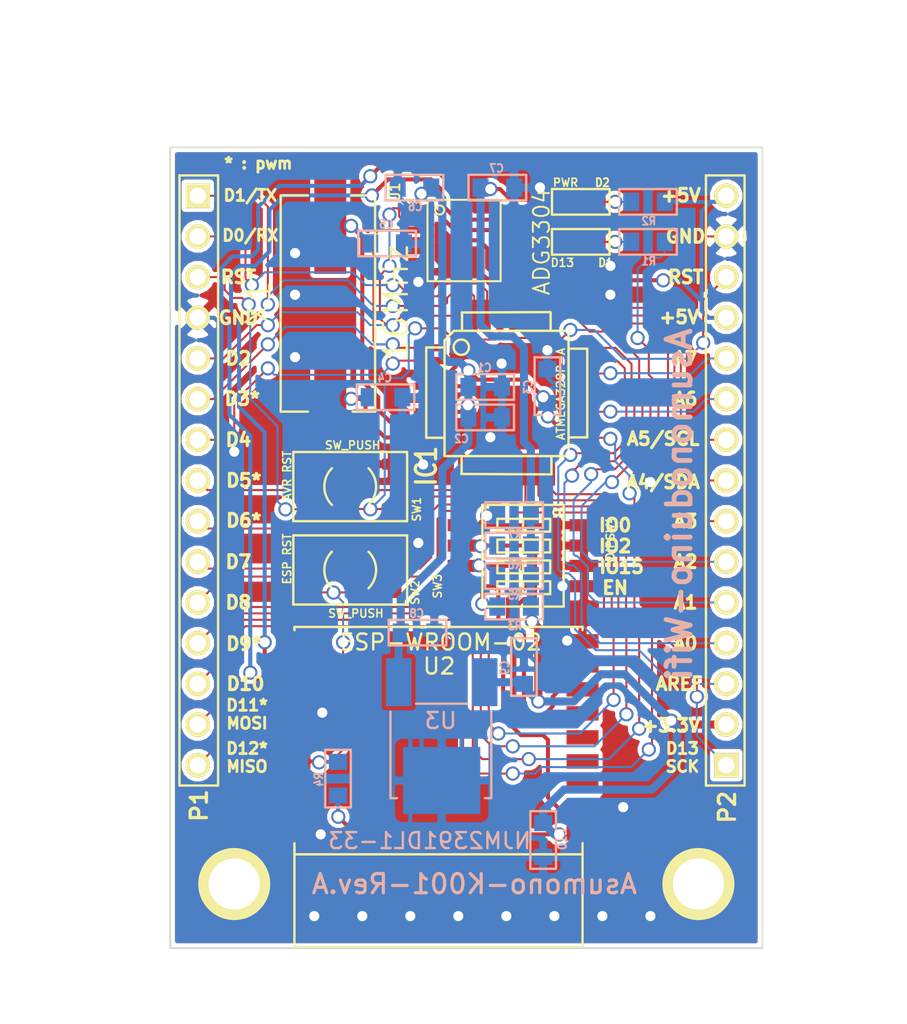
<source format=kicad_pcb>
(kicad_pcb (version 3) (host pcbnew "(2013-07-07 BZR 4022)-stable")
  (layers (15 F.Cu signal) (0 B.Cu signal) (18 B.Paste user) (19 F.Paste user) (20 B.SilkS user) (21 F.SilkS user) (22 B.Mask user) (23 F.Mask user) (28 Edge.Cuts user))
  (net 0 "")
  (net 1 +3.3V)
  (net 2 +5V)
  (net 3 /A0)
  (net 4 /A1)
  (net 5 /A2)
  (net 6 /A3)
  (net 7 /A4)
  (net 8 /A5)
  (net 9 /A6)
  (net 10 /A7)
  (net 11 /AREF)
  (net 12 /ArduinoRX33)
  (net 13 /ArduinoTX33)
  (net 14 /D0)
  (net 15 /D1)
  (net 16 /D10)
  (net 17 /D11)
  (net 18 /D12)
  (net 19 /D13)
  (net 20 /D2)
  (net 21 /D3)
  (net 22 /D4)
  (net 23 /D5)
  (net 24 /D6)
  (net 25 /D7)
  (net 26 /D8)
  (net 27 /D9)
  (net 28 /RESET)
  (net 29 GND)
  (net 30 N-000001)
  (net 31 N-000002)
  (net 32 N-0000029)
  (net 33 N-0000030)
  (net 34 N-0000031)
  (net 35 N-0000032)
  (net 36 N-0000046)
  (net 37 N-0000047)
  (net 38 N-0000048)
  (module XTAL_HC-49 (layer F.Cu) (at 54 39.9 90)
    (fp_text reference X1 (at 0.2 -4.5 90) (layer F.SilkS) (effects (font (size 1.5 1.5))))
    (fp_text value 16MHz (at 0.2 4.1 90) (layer F.SilkS) (effects (font (size 1.5 1.5))))
    (pad 1 smd rect (at -5 0 90) (size 6 2) (layers F.Cu F.Paste F.Mask) (net 37 N-0000047))
    (pad 2 smd rect (at 5 0 90) (size 6 2) (layers F.Cu F.Paste F.Mask) (net 36 N-0000046))
  )
  (module TQFP32 (layer F.Cu) (at 65.024 45.339)
    (fp_text reference IC1 (at -5.024 4.561 90) (layer F.SilkS) (effects (font (size 1.27 1.016) (thickness 0.2032))))
    (fp_text value ATMEGA328P-A (at 3.376 0.061 90) (layer F.SilkS) (effects (font (size 0.5 0.5) (thickness 0.1))))
    (pad 8 smd rect (at -4.81584 2.77622) (size 1.99898 0.44958) (layers F.Cu F.Paste F.Mask) (net 37 N-0000047))
    (pad 7 smd rect (at -4.81584 1.97612) (size 1.99898 0.44958) (layers F.Cu F.Paste F.Mask) (net 36 N-0000046))
    (pad 6 smd rect (at -4.81584 1.17602) (size 1.99898 0.44958) (layers F.Cu F.Paste F.Mask) (net 2 +5V))
    (pad 5 smd rect (at -4.81584 0.37592) (size 1.99898 0.44958) (layers F.Cu F.Paste F.Mask) (net 29 GND))
    (pad 4 smd rect (at -4.81584 -0.42418) (size 1.99898 0.44958) (layers F.Cu F.Paste F.Mask) (net 2 +5V))
    (pad 3 smd rect (at -4.81584 -1.22428) (size 1.99898 0.44958) (layers F.Cu F.Paste F.Mask) (net 29 GND))
    (pad 2 smd rect (at -4.81584 -2.02438) (size 1.99898 0.44958) (layers F.Cu F.Paste F.Mask) (net 22 /D4))
    (pad 1 smd rect (at -4.81584 -2.82448) (size 1.99898 0.44958) (layers F.Cu F.Paste F.Mask) (net 21 /D3))
    (pad 24 smd rect (at 4.7498 -2.8194) (size 1.99898 0.44958) (layers F.Cu F.Paste F.Mask) (net 4 /A1))
    (pad 17 smd rect (at 4.7498 2.794) (size 1.99898 0.44958) (layers F.Cu F.Paste F.Mask) (net 19 /D13))
    (pad 18 smd rect (at 4.7498 1.9812) (size 1.99898 0.44958) (layers F.Cu F.Paste F.Mask) (net 2 +5V))
    (pad 19 smd rect (at 4.7498 1.1684) (size 1.99898 0.44958) (layers F.Cu F.Paste F.Mask) (net 9 /A6))
    (pad 20 smd rect (at 4.7498 0.381) (size 1.99898 0.44958) (layers F.Cu F.Paste F.Mask) (net 11 /AREF))
    (pad 21 smd rect (at 4.7498 -0.4318) (size 1.99898 0.44958) (layers F.Cu F.Paste F.Mask) (net 29 GND))
    (pad 22 smd rect (at 4.7498 -1.2192) (size 1.99898 0.44958) (layers F.Cu F.Paste F.Mask) (net 10 /A7))
    (pad 23 smd rect (at 4.7498 -2.032) (size 1.99898 0.44958) (layers F.Cu F.Paste F.Mask) (net 3 /A0))
    (pad 32 smd rect (at -2.82448 -4.826) (size 0.44958 1.99898) (layers F.Cu F.Paste F.Mask) (net 20 /D2))
    (pad 31 smd rect (at -2.02692 -4.826) (size 0.44958 1.99898) (layers F.Cu F.Paste F.Mask) (net 15 /D1))
    (pad 30 smd rect (at -1.22428 -4.826) (size 0.44958 1.99898) (layers F.Cu F.Paste F.Mask) (net 14 /D0))
    (pad 29 smd rect (at -0.42672 -4.826) (size 0.44958 1.99898) (layers F.Cu F.Paste F.Mask) (net 28 /RESET))
    (pad 28 smd rect (at 0.37592 -4.826) (size 0.44958 1.99898) (layers F.Cu F.Paste F.Mask) (net 8 /A5))
    (pad 27 smd rect (at 1.17348 -4.826) (size 0.44958 1.99898) (layers F.Cu F.Paste F.Mask) (net 7 /A4))
    (pad 26 smd rect (at 1.97612 -4.826) (size 0.44958 1.99898) (layers F.Cu F.Paste F.Mask) (net 6 /A3))
    (pad 25 smd rect (at 2.77368 -4.826) (size 0.44958 1.99898) (layers F.Cu F.Paste F.Mask) (net 5 /A2))
    (pad 9 smd rect (at -2.8194 4.7752) (size 0.44958 1.99898) (layers F.Cu F.Paste F.Mask) (net 23 /D5))
    (pad 10 smd rect (at -2.032 4.7752) (size 0.44958 1.99898) (layers F.Cu F.Paste F.Mask) (net 24 /D6))
    (pad 11 smd rect (at -1.2192 4.7752) (size 0.44958 1.99898) (layers F.Cu F.Paste F.Mask) (net 25 /D7))
    (pad 12 smd rect (at -0.4318 4.7752) (size 0.44958 1.99898) (layers F.Cu F.Paste F.Mask) (net 26 /D8))
    (pad 13 smd rect (at 0.3556 4.7752) (size 0.44958 1.99898) (layers F.Cu F.Paste F.Mask) (net 27 /D9))
    (pad 14 smd rect (at 1.1684 4.7752) (size 0.44958 1.99898) (layers F.Cu F.Paste F.Mask) (net 16 /D10))
    (pad 15 smd rect (at 1.9812 4.7752) (size 0.44958 1.99898) (layers F.Cu F.Paste F.Mask) (net 17 /D11))
    (pad 16 smd rect (at 2.794 4.7752) (size 0.44958 1.99898) (layers F.Cu F.Paste F.Mask) (net 18 /D12))
  )
  (module TO-252-3 (layer B.Cu) (at 60.96 67.437)
    (fp_text reference U3 (at -0.06 -1.637) (layer B.SilkS) (effects (justify mirror)))
    (fp_text value NJM2391DL1-33 (at -0.76 5.863) (layer B.SilkS) (effects (justify mirror)))
    (pad 1 smd rect (at -2.686 -4.04) (size 1.6 3) (layers B.Cu B.Paste B.Mask) (net 2 +5V))
    (pad 3 smd rect (at 2.686 -4.04) (size 1.6 3) (layers B.Cu B.Paste B.Mask) (net 1 +3.3V))
    (pad 2 smd rect (at 0 2.0955) (size 4.826 4.191) (layers B.Cu B.Paste B.Mask) (net 29 GND))
  )
  (module PIN_ARRAY_15x1 (layer F.Cu) (at 78.74 63.5 90)
    (fp_text reference P2 (at -7.7 0.06 90) (layer F.SilkS) (effects (font (size 1.016 1.016) (thickness 0.2032))))
    (fp_text value CONN_15 hide)
    (pad 1 thru_hole rect (at -5.08 0 90) (size 1.524 1.524) (drill 1.016) (layers *.Cu *.Mask F.SilkS) (net 19 /D13))
    (pad 2 thru_hole circle (at -2.54 0 90) (size 1.524 1.524) (drill 1.016) (layers *.Cu *.Mask F.SilkS) (net 1 +3.3V))
    (pad 3 thru_hole circle (at 0 0 90) (size 1.524 1.524) (drill 1.016) (layers *.Cu *.Mask F.SilkS) (net 11 /AREF))
    (pad 4 thru_hole circle (at 2.54 0 90) (size 1.524 1.524) (drill 1.016) (layers *.Cu *.Mask F.SilkS) (net 3 /A0))
    (pad 5 thru_hole circle (at 5.08 0 90) (size 1.524 1.524) (drill 1.016) (layers *.Cu *.Mask F.SilkS) (net 4 /A1))
    (pad 6 thru_hole circle (at 7.62 0 90) (size 1.524 1.524) (drill 1.016) (layers *.Cu *.Mask F.SilkS) (net 5 /A2))
    (pad 7 thru_hole circle (at 10.16 0 90) (size 1.524 1.524) (drill 1.016) (layers *.Cu *.Mask F.SilkS) (net 6 /A3))
    (pad 8 thru_hole circle (at 12.7 0 90) (size 1.524 1.524) (drill 1.016) (layers *.Cu *.Mask F.SilkS) (net 7 /A4))
    (pad 9 thru_hole circle (at 15.24 0 90) (size 1.524 1.524) (drill 1.016) (layers *.Cu *.Mask F.SilkS) (net 8 /A5))
    (pad 10 thru_hole circle (at 17.78 0 90) (size 1.524 1.524) (drill 1.016) (layers *.Cu *.Mask F.SilkS) (net 9 /A6))
    (pad 11 thru_hole circle (at 20.32 0 90) (size 1.524 1.524) (drill 1.016) (layers *.Cu *.Mask F.SilkS) (net 10 /A7))
    (pad 12 thru_hole circle (at 22.86 0 90) (size 1.524 1.524) (drill 1.016) (layers *.Cu *.Mask F.SilkS) (net 2 +5V))
    (pad 13 thru_hole circle (at 25.4 0 90) (size 1.524 1.524) (drill 1.016) (layers *.Cu *.Mask F.SilkS) (net 28 /RESET))
    (pad 14 thru_hole circle (at 27.94 0 90) (size 1.524 1.524) (drill 1.016) (layers *.Cu *.Mask F.SilkS) (net 29 GND))
    (pad 15 thru_hole circle (at 30.48 0 90) (size 1.524 1.524) (drill 1.016) (layers *.Cu *.Mask F.SilkS) (net 2 +5V))
  )
  (module PIN_ARRAY_15x1 (layer F.Cu) (at 45.72 38.1 270)
    (fp_text reference P1 (at 33 -0.08 270) (layer F.SilkS) (effects (font (size 1.016 1.016) (thickness 0.2032))))
    (fp_text value CONN_15 hide)
    (pad 1 thru_hole rect (at -5.08 0 270) (size 1.524 1.524) (drill 1.016) (layers *.Cu *.Mask F.SilkS) (net 15 /D1))
    (pad 2 thru_hole circle (at -2.54 0 270) (size 1.524 1.524) (drill 1.016) (layers *.Cu *.Mask F.SilkS) (net 14 /D0))
    (pad 3 thru_hole circle (at 0 0 270) (size 1.524 1.524) (drill 1.016) (layers *.Cu *.Mask F.SilkS) (net 28 /RESET))
    (pad 4 thru_hole circle (at 2.54 0 270) (size 1.524 1.524) (drill 1.016) (layers *.Cu *.Mask F.SilkS) (net 29 GND))
    (pad 5 thru_hole circle (at 5.08 0 270) (size 1.524 1.524) (drill 1.016) (layers *.Cu *.Mask F.SilkS) (net 20 /D2))
    (pad 6 thru_hole circle (at 7.62 0 270) (size 1.524 1.524) (drill 1.016) (layers *.Cu *.Mask F.SilkS) (net 21 /D3))
    (pad 7 thru_hole circle (at 10.16 0 270) (size 1.524 1.524) (drill 1.016) (layers *.Cu *.Mask F.SilkS) (net 22 /D4))
    (pad 8 thru_hole circle (at 12.7 0 270) (size 1.524 1.524) (drill 1.016) (layers *.Cu *.Mask F.SilkS) (net 23 /D5))
    (pad 9 thru_hole circle (at 15.24 0 270) (size 1.524 1.524) (drill 1.016) (layers *.Cu *.Mask F.SilkS) (net 24 /D6))
    (pad 10 thru_hole circle (at 17.78 0 270) (size 1.524 1.524) (drill 1.016) (layers *.Cu *.Mask F.SilkS) (net 25 /D7))
    (pad 11 thru_hole circle (at 20.32 0 270) (size 1.524 1.524) (drill 1.016) (layers *.Cu *.Mask F.SilkS) (net 26 /D8))
    (pad 12 thru_hole circle (at 22.86 0 270) (size 1.524 1.524) (drill 1.016) (layers *.Cu *.Mask F.SilkS) (net 27 /D9))
    (pad 13 thru_hole circle (at 25.4 0 270) (size 1.524 1.524) (drill 1.016) (layers *.Cu *.Mask F.SilkS) (net 16 /D10))
    (pad 14 thru_hole circle (at 27.94 0 270) (size 1.524 1.524) (drill 1.016) (layers *.Cu *.Mask F.SilkS) (net 17 /D11))
    (pad 15 thru_hole circle (at 30.48 0 270) (size 1.524 1.524) (drill 1.016) (layers *.Cu *.Mask F.SilkS) (net 18 /D12))
  )
  (module OTAX_DIPSW4 (layer F.Cu) (at 66.04 53.594 270)
    (fp_text reference SW3 (at 3.806 5.34 270) (layer F.SilkS) (effects (font (size 0.5 0.5) (thickness 0.1))))
    (fp_text value DIPSW4 (at 0.806 -5.46 270) (layer F.SilkS) (effects (font (size 0.5 0.5) (thickness 0.1))))
    (pad 2 smd rect (at 0 3.81 270) (size 0.76 1.8) (layers F.Cu F.Paste F.Mask) (net 38 N-0000048))
    (pad 4 smd rect (at 1.27 3.81 270) (size 0.76 1.8) (layers F.Cu F.Paste F.Mask) (net 33 N-0000030))
    (pad 6 smd rect (at 2.54 3.81 270) (size 0.76 1.8) (layers F.Cu F.Paste F.Mask) (net 34 N-0000031))
    (pad 8 smd rect (at 3.81 3.81 270) (size 0.76 1.8) (layers F.Cu F.Paste F.Mask) (net 35 N-0000032))
    (pad 1 smd rect (at 0 -3.81 270) (size 0.76 1.8) (layers F.Cu F.Paste F.Mask) (net 29 GND))
    (pad 3 smd rect (at 1.27 -3.81 270) (size 0.76 1.8) (layers F.Cu F.Paste F.Mask) (net 29 GND))
    (pad 5 smd rect (at 2.54 -3.81 270) (size 0.76 1.8) (layers F.Cu F.Paste F.Mask) (net 29 GND))
    (pad 7 smd rect (at 3.81 -3.81 270) (size 0.76 1.8) (layers F.Cu F.Paste F.Mask) (net 29 GND))
  )
  (module HANDSOL_0603 (layer B.Cu) (at 73.9 35.9 180)
    (fp_text reference R1 (at 0 -1.2 180) (layer B.SilkS) (effects (font (size 0.508 0.4572) (thickness 0.1143)) (justify mirror)))
    (fp_text value R hide)
    (pad 1 smd rect (at -1 0 180) (size 1 1.143) (layers B.Cu B.Paste B.Mask) (net 19 /D13))
    (pad 2 smd rect (at 1.1 0 180) (size 1 1.143) (layers B.Cu B.Paste B.Mask) (net 31 N-000002))
  )
  (module HANDSOL_0603 (layer B.Cu) (at 65.532 54.864 180)
    (fp_text reference R6 (at 0 -1.2 180) (layer B.SilkS) (effects (font (size 0.508 0.4572) (thickness 0.1143)) (justify mirror)))
    (fp_text value R hide)
    (pad 1 smd rect (at -1 0 180) (size 1 1.143) (layers B.Cu B.Paste B.Mask) (net 1 +3.3V))
    (pad 2 smd rect (at 1.1 0 180) (size 1 1.143) (layers B.Cu B.Paste B.Mask) (net 33 N-0000030))
  )
  (module HANDSOL_0603 (layer F.Cu) (at 69.7 35.9 180)
    (fp_text reference D1 (at -1.5 -1.3 180) (layer F.SilkS) (effects (font (size 0.508 0.4572) (thickness 0.1143))))
    (fp_text value LED hide)
    (pad 1 smd rect (at -1 0 180) (size 1 1.143) (layers F.Cu F.Paste F.Mask) (net 31 N-000002))
    (pad 2 smd rect (at 1.1 0 180) (size 1 1.143) (layers F.Cu F.Paste F.Mask) (net 29 GND))
  )
  (module HANDSOL_0603 (layer B.Cu) (at 57.4 45.6)
    (fp_text reference C4 (at 0 -1.2) (layer B.SilkS) (effects (font (size 0.508 0.4572) (thickness 0.1143)) (justify mirror)))
    (fp_text value 22pF hide)
    (pad 1 smd rect (at -1 0) (size 1 1.143) (layers B.Cu B.Paste B.Mask) (net 37 N-0000047))
    (pad 2 smd rect (at 1.1 0) (size 1 1.143) (layers B.Cu B.Paste B.Mask) (net 29 GND))
  )
  (module HANDSOL_0603 (layer B.Cu) (at 57.5 36)
    (fp_text reference C5 (at 0 -1.2) (layer B.SilkS) (effects (font (size 0.508 0.4572) (thickness 0.1143)) (justify mirror)))
    (fp_text value 22pF hide)
    (pad 1 smd rect (at -1 0) (size 1 1.143) (layers B.Cu B.Paste B.Mask) (net 36 N-0000046))
    (pad 2 smd rect (at 1.1 0) (size 1 1.143) (layers B.Cu B.Paste B.Mask) (net 29 GND))
  )
  (module HANDSOL_0603 (layer B.Cu) (at 73.9 33.4 180)
    (fp_text reference R2 (at 0 -1.2 180) (layer B.SilkS) (effects (font (size 0.508 0.4572) (thickness 0.1143)) (justify mirror)))
    (fp_text value R hide)
    (pad 1 smd rect (at -1 0 180) (size 1 1.143) (layers B.Cu B.Paste B.Mask) (net 2 +5V))
    (pad 2 smd rect (at 1.1 0 180) (size 1 1.143) (layers B.Cu B.Paste B.Mask) (net 32 N-0000029))
  )
  (module HANDSOL_0603 (layer F.Cu) (at 69.7 33.4 180)
    (fp_text reference D2 (at -1.3 1.2 180) (layer F.SilkS) (effects (font (size 0.508 0.4572) (thickness 0.1143))))
    (fp_text value LED hide)
    (pad 1 smd rect (at -1 0 180) (size 1 1.143) (layers F.Cu F.Paste F.Mask) (net 32 N-0000029))
    (pad 2 smd rect (at 1.1 0 180) (size 1 1.143) (layers F.Cu F.Paste F.Mask) (net 29 GND))
  )
  (module HANDSOL_0603 (layer B.Cu) (at 59.309 32.512 180)
    (fp_text reference C6 (at 0 -1.2 180) (layer B.SilkS) (effects (font (size 0.508 0.4572) (thickness 0.1143)) (justify mirror)))
    (fp_text value C hide)
    (pad 1 smd rect (at -1 0 180) (size 1 1.143) (layers B.Cu B.Paste B.Mask) (net 2 +5V))
    (pad 2 smd rect (at 1.1 0 180) (size 1 1.143) (layers B.Cu B.Paste B.Mask) (net 29 GND))
  )
  (module HANDSOL_0603 (layer B.Cu) (at 64.389 32.512)
    (fp_text reference C7 (at 0 -1.2) (layer B.SilkS) (effects (font (size 0.508 0.4572) (thickness 0.1143)) (justify mirror)))
    (fp_text value C hide)
    (pad 1 smd rect (at -1 0) (size 1 1.143) (layers B.Cu B.Paste B.Mask) (net 1 +3.3V))
    (pad 2 smd rect (at 1.1 0) (size 1 1.143) (layers B.Cu B.Paste B.Mask) (net 29 GND))
  )
  (module HANDSOL_0603 (layer B.Cu) (at 67.3 73.2 270)
    (fp_text reference C10 (at 0 -1.2 270) (layer B.SilkS) (effects (font (size 0.508 0.4572) (thickness 0.1143)) (justify mirror)))
    (fp_text value C hide)
    (pad 1 smd rect (at -1 0 270) (size 1 1.143) (layers B.Cu B.Paste B.Mask) (net 1 +3.3V))
    (pad 2 smd rect (at 1.1 0 270) (size 1 1.143) (layers B.Cu B.Paste B.Mask) (net 29 GND))
  )
  (module HANDSOL_0603 (layer B.Cu) (at 65.532 52.959 180)
    (fp_text reference R7 (at 0 -1.2 180) (layer B.SilkS) (effects (font (size 0.508 0.4572) (thickness 0.1143)) (justify mirror)))
    (fp_text value R hide)
    (pad 1 smd rect (at -1 0 180) (size 1 1.143) (layers B.Cu B.Paste B.Mask) (net 1 +3.3V))
    (pad 2 smd rect (at 1.1 0 180) (size 1 1.143) (layers B.Cu B.Paste B.Mask) (net 38 N-0000048))
  )
  (module HANDSOL_0603 (layer B.Cu) (at 65.532 56.769 180)
    (fp_text reference R5 (at 0 -1.2 180) (layer B.SilkS) (effects (font (size 0.508 0.4572) (thickness 0.1143)) (justify mirror)))
    (fp_text value R hide)
    (pad 1 smd rect (at -1 0 180) (size 1 1.143) (layers B.Cu B.Paste B.Mask) (net 1 +3.3V))
    (pad 2 smd rect (at 1.1 0 180) (size 1 1.143) (layers B.Cu B.Paste B.Mask) (net 34 N-0000031))
  )
  (module HANDSOL_0603 (layer B.Cu) (at 65.532 58.674 180)
    (fp_text reference R3 (at 0 -1.2 180) (layer B.SilkS) (effects (font (size 0.508 0.4572) (thickness 0.1143)) (justify mirror)))
    (fp_text value R hide)
    (pad 1 smd rect (at -1 0 180) (size 1 1.143) (layers B.Cu B.Paste B.Mask) (net 1 +3.3V))
    (pad 2 smd rect (at 1.1 0 180) (size 1 1.143) (layers B.Cu B.Paste B.Mask) (net 35 N-0000032))
  )
  (module HANDSOL_0603 (layer B.Cu) (at 54.483 69.469 90)
    (fp_text reference R4 (at 0 -1.2 90) (layer B.SilkS) (effects (font (size 0.508 0.4572) (thickness 0.1143)) (justify mirror)))
    (fp_text value R hide)
    (pad 1 smd rect (at -1 0 90) (size 1 1.143) (layers B.Cu B.Paste B.Mask) (net 1 +3.3V))
    (pad 2 smd rect (at 1.1 0 90) (size 1 1.143) (layers B.Cu B.Paste B.Mask) (net 30 N-000001))
  )
  (module HANDSOL_0603 (layer B.Cu) (at 67.564 44.958 90)
    (fp_text reference C3 (at 0 -1.2 90) (layer B.SilkS) (effects (font (size 0.508 0.4572) (thickness 0.1143)) (justify mirror)))
    (fp_text value C hide)
    (pad 1 smd rect (at -1 0 90) (size 1 1.143) (layers B.Cu B.Paste B.Mask) (net 2 +5V))
    (pad 2 smd rect (at 1.1 0 90) (size 1 1.143) (layers B.Cu B.Paste B.Mask) (net 29 GND))
  )
  (module HANDSOL_0603 (layer B.Cu) (at 63.627 44.958)
    (fp_text reference C1 (at 0 -1.2) (layer B.SilkS) (effects (font (size 0.508 0.4572) (thickness 0.1143)) (justify mirror)))
    (fp_text value C hide)
    (pad 1 smd rect (at -1 0) (size 1 1.143) (layers B.Cu B.Paste B.Mask) (net 2 +5V))
    (pad 2 smd rect (at 1.1 0) (size 1 1.143) (layers B.Cu B.Paste B.Mask) (net 29 GND))
  )
  (module HANDSOL_0603 (layer B.Cu) (at 63.627 46.863)
    (fp_text reference C2 (at -1.427 1.337) (layer B.SilkS) (effects (font (size 0.508 0.4572) (thickness 0.1143)) (justify mirror)))
    (fp_text value C hide)
    (pad 1 smd rect (at -1 0) (size 1 1.143) (layers B.Cu B.Paste B.Mask) (net 2 +5V))
    (pad 2 smd rect (at 1.1 0) (size 1 1.143) (layers B.Cu B.Paste B.Mask) (net 29 GND))
  )
  (module HANDSOL_0603 (layer B.Cu) (at 66.1 62.5 90)
    (fp_text reference C9 (at 0 -1.2 90) (layer B.SilkS) (effects (font (size 0.508 0.4572) (thickness 0.1143)) (justify mirror)))
    (fp_text value 10uF hide)
    (pad 1 smd rect (at -1 0 90) (size 1 1.143) (layers B.Cu B.Paste B.Mask) (net 1 +3.3V))
    (pad 2 smd rect (at 1.1 0 90) (size 1 1.143) (layers B.Cu B.Paste B.Mask) (net 29 GND))
  )
  (module HANDSOL_0603 (layer B.Cu) (at 59.4 60.3)
    (fp_text reference C8 (at 0 -1.2) (layer B.SilkS) (effects (font (size 0.508 0.4572) (thickness 0.1143)) (justify mirror)))
    (fp_text value 0.1uF hide)
    (pad 1 smd rect (at -1 0) (size 1 1.143) (layers B.Cu B.Paste B.Mask) (net 2 +5V))
    (pad 2 smd rect (at 1.1 0) (size 1 1.143) (layers B.Cu B.Paste B.Mask) (net 29 GND))
  )
  (module ESP_WROOM_02 (layer F.Cu) (at 60.96 67.945 180)
    (fp_text reference U2 (at 0.16 5.545 180) (layer F.SilkS))
    (fp_text value ESP-WROOM-02 (at 0.06 7.045 180) (layer F.SilkS))
    (pad 10 smd rect (at 9.2 7.1 180) (size 2 0.9) (layers F.Cu F.Paste F.Mask))
    (pad 11 smd rect (at 9.2 5.6 180) (size 2 0.9) (layers F.Cu F.Paste F.Mask) (net 13 /ArduinoTX33))
    (pad 12 smd rect (at 9.2 4.1 180) (size 2 0.9) (layers F.Cu F.Paste F.Mask) (net 12 /ArduinoRX33))
    (pad 13 smd rect (at 9.2 2.6 180) (size 2 0.9) (layers F.Cu F.Paste F.Mask) (net 29 GND))
    (pad 14 smd rect (at 9.2 1.1 180) (size 2 0.9) (layers F.Cu F.Paste F.Mask))
    (pad 15 smd rect (at 9.2 -0.4 180) (size 2 0.9) (layers F.Cu F.Paste F.Mask) (net 30 N-000001))
    (pad 16 smd rect (at 9.2 -1.9 180) (size 2 0.9) (layers F.Cu F.Paste F.Mask))
    (pad 17 smd rect (at 9.2 -3.4 180) (size 2 0.9) (layers F.Cu F.Paste F.Mask))
    (pad 18 smd rect (at 9.2 -4.9 180) (size 2 0.9) (layers F.Cu F.Paste F.Mask) (net 29 GND))
    (pad 1 smd rect (at -8.8 -4.9 180) (size 2 0.9) (layers F.Cu F.Paste F.Mask) (net 1 +3.3V))
    (pad 2 smd rect (at -8.8 -3.4 180) (size 2 0.9) (layers F.Cu F.Paste F.Mask) (net 35 N-0000032))
    (pad 3 smd rect (at -8.8 -1.9 180) (size 2 0.9) (layers F.Cu F.Paste F.Mask))
    (pad 4 smd rect (at -8.8 -0.4 180) (size 2 0.9) (layers F.Cu F.Paste F.Mask))
    (pad 5 smd rect (at -8.8 1.1 180) (size 2 0.9) (layers F.Cu F.Paste F.Mask))
    (pad 6 smd rect (at -8.8 2.6 180) (size 2 0.9) (layers F.Cu F.Paste F.Mask) (net 34 N-0000031))
    (pad 7 smd rect (at -8.8 4.1 180) (size 2 0.9) (layers F.Cu F.Paste F.Mask) (net 33 N-0000030))
    (pad 8 smd rect (at -8.8 5.6 180) (size 2 0.9) (layers F.Cu F.Paste F.Mask) (net 38 N-0000048))
    (pad 9 smd rect (at -8.8 7.1 180) (size 2 0.9) (layers F.Cu F.Paste F.Mask) (net 29 GND))
  )
  (module ALPS_SW_SKRPACE010 (layer F.Cu) (at 55.245 51.181)
    (fp_text reference SW1 (at 4.155 1.419 90) (layer F.SilkS) (effects (font (size 0.5 0.5) (thickness 0.1))))
    (fp_text value SW_PUSH (at 0.355 7.919) (layer F.SilkS) (effects (font (size 0.5 0.5) (thickness 0.1))))
    (pad 1 smd rect (at -2.6 -1.4) (size 1.2 0.7) (layers F.Cu F.Paste F.Mask) (net 29 GND))
    (pad 1 smd rect (at 2.6 -1.4) (size 1.2 0.7) (layers F.Cu F.Paste F.Mask) (net 29 GND))
    (pad 2 smd rect (at -2.6 1.4) (size 1.2 0.7) (layers F.Cu F.Paste F.Mask) (net 28 /RESET))
    (pad 2 smd rect (at 2.6 1.4) (size 1.2 0.7) (layers F.Cu F.Paste F.Mask) (net 28 /RESET))
  )
  (module ALPS_SW_SKRPACE010 (layer F.Cu) (at 55.245 56.388 180)
    (fp_text reference SW2 (at -4.055 -1.412 270) (layer F.SilkS) (effects (font (size 0.5 0.5) (thickness 0.1))))
    (fp_text value SW_PUSH (at -0.155 7.788 180) (layer F.SilkS) (effects (font (size 0.5 0.5) (thickness 0.1))))
    (pad 1 smd rect (at -2.6 -1.4 180) (size 1.2 0.7) (layers F.Cu F.Paste F.Mask) (net 30 N-000001))
    (pad 1 smd rect (at 2.6 -1.4 180) (size 1.2 0.7) (layers F.Cu F.Paste F.Mask) (net 30 N-000001))
    (pad 2 smd rect (at -2.6 1.4 180) (size 1.2 0.7) (layers F.Cu F.Paste F.Mask) (net 29 GND))
    (pad 2 smd rect (at 2.6 1.4 180) (size 1.2 0.7) (layers F.Cu F.Paste F.Mask) (net 29 GND))
  )
  (module M3_Drill (layer F.Cu) (at 77 76)
    (fp_text reference P3 hide)
    (fp_text value CONN_1 hide)
    (pad 1 thru_hole circle (at 0 0) (size 4.5 4.5) (drill 3.2) (layers *.Cu *.Mask F.SilkS) (net 29 GND))
  )
  (module M3_Drill (layer F.Cu) (at 48 76)
    (fp_text reference P4 hide)
    (fp_text value CONN_1 hide)
    (pad 1 thru_hole circle (at 0 0) (size 4.5 4.5) (drill 3.2) (layers *.Cu *.Mask F.SilkS) (net 29 GND))
  )
  (module "AD_TSSOP-14(0.65)" (layer F.Cu) (at 62.357 35.814 270)
    (fp_text reference U1 (at -3.014 4.357 270) (layer F.SilkS) (effects (font (size 0.70104 0.59944) (thickness 0.11938))))
    (fp_text value ADG3304 (at 0.086 -4.843 270) (layer F.SilkS) (effects (font (size 1.00076 1.00076) (thickness 0.11938))))
    (pad 4 smd rect (at 0 2.89908 270) (size 0.4191 1.6) (layers F.Cu F.Paste F.Mask))
    (pad 5 smd rect (at 0.65024 2.89908 270) (size 0.4191 1.6) (layers F.Cu F.Paste F.Mask))
    (pad 6 smd rect (at 1.30048 2.89908 270) (size 0.4191 1.6) (layers F.Cu F.Paste F.Mask))
    (pad 7 smd rect (at 1.95072 2.89908 270) (size 0.4191 1.6) (layers F.Cu F.Paste F.Mask) (net 29 GND))
    (pad 8 smd rect (at 1.95072 -2.99908 270) (size 0.4191 1.6) (layers F.Cu F.Paste F.Mask) (net 2 +5V))
    (pad 1 smd rect (at -1.95072 2.89908 270) (size 0.4191 1.6) (layers F.Cu F.Paste F.Mask) (net 2 +5V))
    (pad 2 smd rect (at -1.30048 2.89908 270) (size 0.4191 1.6) (layers F.Cu F.Paste F.Mask) (net 20 /D2))
    (pad 3 smd rect (at -0.65024 2.89908 270) (size 0.4191 1.6) (layers F.Cu F.Paste F.Mask) (net 21 /D3))
    (pad 9 smd rect (at 1.30048 -2.99908 270) (size 0.4191 1.6) (layers F.Cu F.Paste F.Mask))
    (pad 10 smd rect (at 0.65024 -2.99908 270) (size 0.4191 1.6) (layers F.Cu F.Paste F.Mask))
    (pad 11 smd rect (at 0 -2.99908 270) (size 0.4191 1.6) (layers F.Cu F.Paste F.Mask))
    (pad 12 smd rect (at -0.65024 -2.99908 270) (size 0.4191 1.6) (layers F.Cu F.Paste F.Mask) (net 13 /ArduinoTX33))
    (pad 13 smd rect (at -1.30048 -2.99908 270) (size 0.4191 1.6) (layers F.Cu F.Paste F.Mask) (net 12 /ArduinoRX33))
    (pad 14 smd rect (at -1.95072 -2.99908 270) (size 0.4191 1.6) (layers F.Cu F.Paste F.Mask) (net 1 +3.3V))
  )
  (gr_text "D13\nSCK" (at 76 68.1) (layer F.SilkS) (effects (font (size 0.7 0.7) (thickness 0.175))))
  (gr_text "* : pwm" (at 49.5 31) (layer F.SilkS) (effects (font (size 0.7 0.7) (thickness 0.175))))
  (gr_text Asumono-K001-Rev.A (at 63 76) (layer B.SilkS) (effects (font (size 1.2 1.2) (thickness 0.2)) (justify mirror)))
  (gr_text "AVR RST" (at 51.3 50.5 90) (layer F.SilkS) (effects (font (size 0.5 0.5) (thickness 0.1))))
  (gr_text "ESP RST" (at 51.3 55.7 90) (layer F.SilkS) (effects (font (size 0.5 0.5) (thickness 0.1))))
  (gr_text EN (at 71.8 57.5) (layer F.SilkS) (effects (font (size 0.8 0.8) (thickness 0.2))))
  (gr_text IO15 (at 72.2 56.2) (layer F.SilkS) (effects (font (size 0.8 0.8) (thickness 0.2))))
  (gr_text IO2 (at 71.8 54.9) (layer F.SilkS) (effects (font (size 0.8 0.8) (thickness 0.2))))
  (gr_text IO0 (at 71.8 53.6) (layer F.SilkS) (effects (font (size 0.8 0.8) (thickness 0.2))))
  (gr_text +5V (at 75.9 33) (layer F.SilkS) (effects (font (size 0.8 0.8) (thickness 0.2))))
  (gr_text GND (at 76.2 35.56) (layer F.SilkS) (effects (font (size 0.8 0.8) (thickness 0.2))))
  (gr_text RST (at 76.2 38.1) (layer F.SilkS) (effects (font (size 0.8 0.8) (thickness 0.2))))
  (gr_text +5V (at 75.8 40.6) (layer F.SilkS) (effects (font (size 0.8 0.8) (thickness 0.2))))
  (gr_text A7 (at 76.2 43.18) (layer F.SilkS) (effects (font (size 0.8 0.8) (thickness 0.2))))
  (gr_text A6 (at 76.2 45.72) (layer F.SilkS) (effects (font (size 0.8 0.8) (thickness 0.2))))
  (gr_text A5/SCL (at 74.8 48.2) (layer F.SilkS) (effects (font (size 0.8 0.8) (thickness 0.2))))
  (gr_text A4/SDA (at 74.8 50.9) (layer F.SilkS) (effects (font (size 0.8 0.8) (thickness 0.2))))
  (gr_text A3 (at 76.2 53.34) (layer F.SilkS) (effects (font (size 0.8 0.8) (thickness 0.2))))
  (gr_text A2 (at 76.2 55.88) (layer F.SilkS) (effects (font (size 0.8 0.8) (thickness 0.2))))
  (gr_text A1 (at 76.2 58.42) (layer F.SilkS) (effects (font (size 0.8 0.8) (thickness 0.2))))
  (gr_text A0 (at 76.2 60.96) (layer F.SilkS) (effects (font (size 0.8 0.8) (thickness 0.2))))
  (gr_text AREF (at 75.8 63.5) (layer F.SilkS) (effects (font (size 0.8 0.8) (thickness 0.2))))
  (gr_text +3.3V (at 75.3 66.1) (layer F.SilkS) (effects (font (size 0.8 0.8) (thickness 0.2))))
  (gr_text "D12*\nMISO" (at 48.8 68.1) (layer F.SilkS) (effects (font (size 0.7 0.7) (thickness 0.175))))
  (gr_text "D11*\nMOSI" (at 48.8 65.4) (layer F.SilkS) (effects (font (size 0.7 0.7) (thickness 0.175))))
  (gr_text D10 (at 48.7 63.5) (layer F.SilkS) (effects (font (size 0.8 0.8) (thickness 0.2))))
  (gr_text D9* (at 48.6 61) (layer F.SilkS) (effects (font (size 0.8 0.8) (thickness 0.2))))
  (gr_text D8 (at 48.26 58.42) (layer F.SilkS) (effects (font (size 0.8 0.8) (thickness 0.2))))
  (gr_text D7 (at 48.26 55.88) (layer F.SilkS) (effects (font (size 0.8 0.8) (thickness 0.2))))
  (gr_text D6* (at 48.6 53.3) (layer F.SilkS) (effects (font (size 0.8 0.8) (thickness 0.2))))
  (gr_text D5* (at 48.6 50.8) (layer F.SilkS) (effects (font (size 0.8 0.8) (thickness 0.2))))
  (gr_text D4 (at 48.26 48.26) (layer F.SilkS) (effects (font (size 0.8 0.8) (thickness 0.2))))
  (gr_text "D3*\n" (at 48.5 45.7) (layer F.SilkS) (effects (font (size 0.8 0.8) (thickness 0.2))))
  (gr_text D2 (at 48.26 43.18) (layer F.SilkS) (effects (font (size 0.8 0.8) (thickness 0.2))))
  (gr_text GND (at 48.26 40.64) (layer F.SilkS) (effects (font (size 0.8 0.8) (thickness 0.2))))
  (gr_text RST (at 48.26 38.1) (layer F.SilkS) (effects (font (size 0.8 0.8) (thickness 0.2))))
  (gr_text D0/RX (at 49 35.5) (layer F.SilkS) (effects (font (size 0.7 0.7) (thickness 0.175))))
  (gr_text D1/TX (at 49 33) (layer F.SilkS) (effects (font (size 0.7 0.7) (thickness 0.175))))
  (gr_text D13 (at 68.5 37.2) (layer F.SilkS) (effects (font (size 0.5 0.5) (thickness 0.1))))
  (gr_text PWR (at 68.7 32.2) (layer F.SilkS) (effects (font (size 0.5 0.5) (thickness 0.1))))
  (gr_text Asumonoduino-Wifi (at 75.8 52.3 90) (layer B.SilkS) (effects (font (size 1.5 1.5) (thickness 0.3)) (justify mirror)))
  (gr_line (start 44 80) (end 46 80) (angle 90) (layer Edge.Cuts) (width 0.1))
  (gr_line (start 44 30) (end 44 80) (angle 90) (layer Edge.Cuts) (width 0.1))
  (gr_line (start 46 30) (end 44 30) (angle 90) (layer Edge.Cuts) (width 0.1))
  (gr_line (start 81 30) (end 76 30) (angle 90) (layer Edge.Cuts) (width 0.1))
  (gr_line (start 81 80) (end 81 30) (angle 90) (layer Edge.Cuts) (width 0.1))
  (gr_line (start 76 80) (end 81 80) (angle 90) (layer Edge.Cuts) (width 0.1))
  (gr_line (start 76 80) (end 46 80) (angle 90) (layer Edge.Cuts) (width 0.1))
  (gr_line (start 46 30) (end 76 30) (angle 90) (layer Edge.Cuts) (width 0.1))
  (segment (start 74.1 70.1) (end 75.664998 68.535002) (width 0.508) (layer B.Cu) (net 1))
  (segment (start 67.3 72.2) (end 67.3 71.4) (width 0.508) (layer B.Cu) (net 1))
  (segment (start 68.6 70.1) (end 67.3 71.4) (width 0.508) (layer B.Cu) (net 1))
  (segment (start 74.1 70.1) (end 68.6 70.1) (width 0.508) (layer B.Cu) (net 1))
  (segment (start 75.664998 66.164998) (end 75.3 65.8) (width 0.508) (layer B.Cu) (net 1))
  (segment (start 75.664998 68.535002) (end 75.664998 66.164998) (width 0.508) (layer B.Cu) (net 1))
  (segment (start 72.4 62.9) (end 75.3 65.8) (width 0.508) (layer B.Cu) (net 1))
  (segment (start 69.2 64.6) (end 70.9 62.9) (width 0.508) (layer B.Cu) (net 1))
  (segment (start 70.9 62.9) (end 72.4 62.9) (width 0.508) (layer B.Cu) (net 1))
  (segment (start 67 64.6) (end 69.2 64.6) (width 0.508) (layer B.Cu) (net 1))
  (segment (start 75.54 66.04) (end 78.74 66.04) (width 0.508) (layer F.Cu) (net 1))
  (via (at 75.3 65.8) (size 0.889) (layers F.Cu B.Cu) (net 1))
  (segment (start 75.3 65.8) (end 75.54 66.04) (width 0.508) (layer F.Cu) (net 1))
  (segment (start 68.3 72.9) (end 55.6 72.9) (width 0.254) (layer F.Cu) (net 1))
  (segment (start 54.483 71.783) (end 54.483 70.469) (width 0.254) (layer B.Cu) (net 1))
  (segment (start 54.5 71.8) (end 54.483 71.783) (width 0.254) (layer B.Cu) (net 1))
  (via (at 54.5 71.8) (size 0.889) (layers F.Cu B.Cu) (net 1))
  (segment (start 55.6 72.9) (end 54.5 71.8) (width 0.254) (layer F.Cu) (net 1))
  (segment (start 65.35608 33.86328) (end 65.35608 33.35608) (width 0.254) (layer F.Cu) (net 1))
  (segment (start 63.912 32.512) (end 63.389 32.512) (width 0.254) (layer B.Cu) (net 1))
  (segment (start 64 32.6) (end 63.912 32.512) (width 0.254) (layer B.Cu) (net 1))
  (via (at 64 32.6) (size 0.889) (layers F.Cu B.Cu) (net 1))
  (segment (start 64.6 32.6) (end 64 32.6) (width 0.254) (layer F.Cu) (net 1))
  (segment (start 65.35608 33.35608) (end 64.6 32.6) (width 0.254) (layer F.Cu) (net 1))
  (segment (start 66.532 52.959) (end 66.532 48.832) (width 0.508) (layer B.Cu) (net 1))
  (segment (start 63.389 41.089) (end 63.389 32.512) (width 0.508) (layer B.Cu) (net 1))
  (segment (start 64.1 41.8) (end 63.389 41.089) (width 0.508) (layer B.Cu) (net 1))
  (segment (start 65.4 41.8) (end 64.1 41.8) (width 0.508) (layer B.Cu) (net 1))
  (segment (start 66.1 42.5) (end 65.4 41.8) (width 0.508) (layer B.Cu) (net 1))
  (segment (start 66.1 48.4) (end 66.1 42.5) (width 0.508) (layer B.Cu) (net 1))
  (segment (start 66.532 48.832) (end 66.1 48.4) (width 0.508) (layer B.Cu) (net 1))
  (segment (start 66.532 54.864) (end 66.532 52.959) (width 0.508) (layer B.Cu) (net 1))
  (segment (start 66.532 56.769) (end 66.532 54.864) (width 0.508) (layer B.Cu) (net 1))
  (segment (start 66.532 58.674) (end 66.532 56.769) (width 0.508) (layer B.Cu) (net 1))
  (via (at 67 64.6) (size 0.889) (layers F.Cu B.Cu) (net 1))
  (segment (start 66.532 58.674) (end 66.6 58.742) (width 0.508) (layer B.Cu) (net 1))
  (segment (start 66.6 59.6) (end 66.6 58.742) (width 0.508) (layer B.Cu) (net 1))
  (via (at 66.6 59.6) (size 0.889) (layers F.Cu B.Cu) (net 1))
  (segment (start 67 60) (end 66.6 59.6) (width 0.508) (layer F.Cu) (net 1))
  (segment (start 67 60) (end 67 64.6) (width 0.508) (layer F.Cu) (net 1))
  (segment (start 67.3 72.2) (end 68 72.9) (width 0.508) (layer B.Cu) (net 1))
  (via (at 68.3 72.9) (size 0.889) (layers F.Cu B.Cu) (net 1))
  (segment (start 68 72.9) (end 68.3 72.9) (width 0.508) (layer B.Cu) (net 1))
  (segment (start 69.705 72.9) (end 69.76 72.845) (width 0.508) (layer F.Cu) (net 1))
  (segment (start 68.3 72.9) (end 69.705 72.9) (width 0.508) (layer F.Cu) (net 1))
  (segment (start 63.646 63.397) (end 65.797 63.397) (width 0.508) (layer B.Cu) (net 1))
  (segment (start 65.797 63.397) (end 67 64.6) (width 0.508) (layer B.Cu) (net 1))
  (via (at 74.8 38.3) (size 0.889) (layers F.Cu B.Cu) (net 2))
  (segment (start 70.16472 37.76472) (end 70.7 38.3) (width 0.254) (layer F.Cu) (net 2))
  (segment (start 70.7 38.3) (end 74.8 38.3) (width 0.254) (layer F.Cu) (net 2))
  (segment (start 77.2 39.6) (end 76.5 38.9) (width 0.254) (layer B.Cu) (net 2))
  (segment (start 70.16472 37.76472) (end 65.35608 37.76472) (width 0.254) (layer F.Cu) (net 2))
  (segment (start 75.9 38.3) (end 76.5 38.9) (width 0.254) (layer B.Cu) (net 2))
  (segment (start 74.8 38.3) (end 75.9 38.3) (width 0.254) (layer B.Cu) (net 2))
  (segment (start 78.74 40.64) (end 77.64 40.64) (width 0.254) (layer B.Cu) (net 2))
  (segment (start 77.64 40.64) (end 77.2 40.2) (width 0.254) (layer B.Cu) (net 2))
  (segment (start 77.2 40.2) (end 77.2 39.6) (width 0.254) (layer B.Cu) (net 2))
  (segment (start 77.2 34) (end 77.8 33.4) (width 0.254) (layer B.Cu) (net 2))
  (segment (start 77.2 39.6) (end 77.2 34) (width 0.254) (layer B.Cu) (net 2))
  (segment (start 78.74 33.02) (end 78.36 33.4) (width 0.254) (layer B.Cu) (net 2))
  (segment (start 78.36 33.4) (end 77.8 33.4) (width 0.254) (layer B.Cu) (net 2))
  (segment (start 77.8 33.4) (end 74.9 33.4) (width 0.254) (layer B.Cu) (net 2))
  (segment (start 59.45792 33.86328) (end 60.46328 33.86328) (width 0.254) (layer F.Cu) (net 2))
  (segment (start 60.46328 33.86328) (end 62.4 35.8) (width 0.254) (layer F.Cu) (net 2))
  (segment (start 62.4 35.8) (end 63.3 35.8) (width 0.254) (layer F.Cu) (net 2))
  (segment (start 63.3 35.8) (end 63.8 36.3) (width 0.254) (layer F.Cu) (net 2))
  (segment (start 63.8 36.3) (end 63.8 37.5) (width 0.254) (layer F.Cu) (net 2))
  (segment (start 63.8 37.5) (end 64.06472 37.76472) (width 0.254) (layer F.Cu) (net 2))
  (segment (start 64.06472 37.76472) (end 65.35608 37.76472) (width 0.254) (layer F.Cu) (net 2))
  (segment (start 59.45792 33.86328) (end 59.45792 33.14208) (width 0.254) (layer F.Cu) (net 2))
  (segment (start 60.088 32.512) (end 60.309 32.512) (width 0.254) (layer B.Cu) (net 2))
  (segment (start 59.7 32.9) (end 60.088 32.512) (width 0.254) (layer B.Cu) (net 2))
  (via (at 59.7 32.9) (size 0.889) (layers F.Cu B.Cu) (net 2))
  (segment (start 59.45792 33.14208) (end 59.7 32.9) (width 0.254) (layer F.Cu) (net 2))
  (segment (start 60.20816 44.91482) (end 62.28518 44.91482) (width 0.254) (layer F.Cu) (net 2))
  (segment (start 62.627 44.573) (end 62.627 43.927) (width 0.254) (layer F.Cu) (net 2))
  (segment (start 62.28518 44.91482) (end 62.627 44.573) (width 0.254) (layer F.Cu) (net 2))
  (segment (start 60.20816 46.51502) (end 62.18498 46.51502) (width 0.254) (layer F.Cu) (net 2))
  (segment (start 62.6 46.1) (end 62.627 46.1) (width 0.254) (layer B.Cu) (net 2))
  (via (at 62.6 46.1) (size 0.889) (layers F.Cu B.Cu) (net 2))
  (segment (start 62.18498 46.51502) (end 62.6 46.1) (width 0.254) (layer F.Cu) (net 2))
  (segment (start 67.6 46.8) (end 68.1202 47.3202) (width 0.254) (layer F.Cu) (net 2))
  (segment (start 67.564 46.764) (end 67.6 46.8) (width 0.254) (layer B.Cu) (net 2))
  (via (at 67.6 46.8) (size 0.889) (layers F.Cu B.Cu) (net 2))
  (segment (start 67.564 45.958) (end 67.564 46.764) (width 0.254) (layer B.Cu) (net 2))
  (segment (start 68.1202 47.3202) (end 69.7738 47.3202) (width 0.254) (layer F.Cu) (net 2))
  (via (at 62.627 43.927) (size 0.889) (layers F.Cu B.Cu) (net 2))
  (segment (start 67.564 45.958) (end 67.564 45.864) (width 0.508) (layer B.Cu) (net 2))
  (segment (start 67.3 45.6) (end 67.564 45.864) (width 0.254) (layer B.Cu) (net 2))
  (via (at 67.3 45.6) (size 0.889) (layers F.Cu B.Cu) (net 2))
  (segment (start 66.2 44.5) (end 67.3 45.6) (width 0.254) (layer F.Cu) (net 2))
  (segment (start 63.2 44.5) (end 66.2 44.5) (width 0.254) (layer F.Cu) (net 2))
  (segment (start 63.2 44.5) (end 62.627 43.927) (width 0.254) (layer F.Cu) (net 2))
  (segment (start 62.627 44.958) (end 62.627 43.927) (width 0.508) (layer B.Cu) (net 2))
  (segment (start 61 33.203) (end 60.309 32.512) (width 0.508) (layer B.Cu) (net 2))
  (segment (start 61 43) (end 61 33.203) (width 0.508) (layer B.Cu) (net 2))
  (segment (start 61.4 43.4) (end 61 43) (width 0.508) (layer B.Cu) (net 2))
  (segment (start 62.1 43.4) (end 61.4 43.4) (width 0.508) (layer B.Cu) (net 2))
  (segment (start 62.627 43.927) (end 62.1 43.4) (width 0.508) (layer B.Cu) (net 2))
  (segment (start 62.627 46.863) (end 62.627 46.1) (width 0.508) (layer B.Cu) (net 2))
  (segment (start 62.627 46.1) (end 62.627 44.958) (width 0.508) (layer B.Cu) (net 2))
  (segment (start 58.4 60.3) (end 58.4 58.2) (width 0.508) (layer B.Cu) (net 2))
  (segment (start 62.627 48.473) (end 62.627 46.863) (width 0.508) (layer B.Cu) (net 2))
  (segment (start 61 50.1) (end 62.627 48.473) (width 0.508) (layer B.Cu) (net 2))
  (segment (start 61 55.6) (end 61 50.1) (width 0.508) (layer B.Cu) (net 2))
  (segment (start 58.4 58.2) (end 61 55.6) (width 0.508) (layer B.Cu) (net 2))
  (segment (start 58.274 63.397) (end 58.274 60.426) (width 0.508) (layer B.Cu) (net 2))
  (segment (start 58.274 60.426) (end 58.4 60.3) (width 0.508) (layer B.Cu) (net 2))
  (segment (start 78.74 60.96) (end 70.86 60.96) (width 0.127) (layer B.Cu) (net 3))
  (segment (start 71.738818 49.6) (end 73 48.338818) (width 0.127) (layer F.Cu) (net 3))
  (segment (start 73 48.338818) (end 73 45.7) (width 0.127) (layer F.Cu) (net 3))
  (segment (start 73 45.7) (end 72.4 45.1) (width 0.127) (layer F.Cu) (net 3))
  (segment (start 72.4 45.1) (end 72.4 43.8) (width 0.127) (layer F.Cu) (net 3))
  (segment (start 72.4 43.8) (end 71.907 43.307) (width 0.127) (layer F.Cu) (net 3))
  (segment (start 71.907 43.307) (end 69.7738 43.307) (width 0.127) (layer F.Cu) (net 3))
  (segment (start 69.8 49.6) (end 71.738818 49.6) (width 0.127) (layer F.Cu) (net 3))
  (segment (start 69.3 50.1) (end 69.8 49.6) (width 0.127) (layer F.Cu) (net 3))
  (segment (start 69.1 50.1) (end 69.3 50.1) (width 0.127) (layer F.Cu) (net 3))
  (segment (start 69.1 50.5) (end 69.1 50.1) (width 0.127) (layer F.Cu) (net 3))
  (via (at 69.1 50.5) (size 0.889) (layers F.Cu B.Cu) (net 3))
  (segment (start 68.625504 50.974496) (end 69.1 50.5) (width 0.127) (layer B.Cu) (net 3))
  (segment (start 68.625504 55.825504) (end 68.625504 50.974496) (width 0.127) (layer B.Cu) (net 3))
  (segment (start 68.9 56.1) (end 68.625504 55.825504) (width 0.127) (layer B.Cu) (net 3))
  (segment (start 69.2 56.1) (end 68.9 56.1) (width 0.127) (layer B.Cu) (net 3))
  (segment (start 69.7 56.6) (end 69.2 56.1) (width 0.127) (layer B.Cu) (net 3))
  (segment (start 69.7 59.8) (end 69.7 56.6) (width 0.127) (layer B.Cu) (net 3))
  (segment (start 70.86 60.96) (end 69.7 59.8) (width 0.127) (layer B.Cu) (net 3))
  (segment (start 78.74 58.42) (end 70.62 58.42) (width 0.127) (layer B.Cu) (net 4))
  (segment (start 71.8196 42.5196) (end 71.3 42.5196) (width 0.127) (layer F.Cu) (net 4))
  (segment (start 73.5 48.377636) (end 71.777636 50.1) (width 0.127) (layer F.Cu) (net 4))
  (segment (start 73.5 45.6) (end 73.5 48.377636) (width 0.127) (layer F.Cu) (net 4))
  (segment (start 72.819409 44.919409) (end 73.5 45.6) (width 0.127) (layer F.Cu) (net 4))
  (segment (start 72.819409 43.519409) (end 72.819409 44.919409) (width 0.127) (layer F.Cu) (net 4))
  (segment (start 71.8196 42.5196) (end 72.819409 43.519409) (width 0.127) (layer F.Cu) (net 4))
  (segment (start 70.6 50.1) (end 71.777636 50.1) (width 0.127) (layer F.Cu) (net 4))
  (segment (start 70.3 50.4) (end 70.6 50.1) (width 0.127) (layer F.Cu) (net 4))
  (via (at 70.3 50.4) (size 0.889) (layers F.Cu B.Cu) (net 4))
  (segment (start 70.3 50.9) (end 70.3 50.4) (width 0.127) (layer B.Cu) (net 4))
  (segment (start 69.2 52) (end 70.3 50.9) (width 0.127) (layer B.Cu) (net 4))
  (segment (start 69.2 55.4) (end 69.2 52) (width 0.127) (layer B.Cu) (net 4))
  (segment (start 69.3 55.5) (end 69.2 55.4) (width 0.127) (layer B.Cu) (net 4))
  (segment (start 69.4 55.5) (end 69.3 55.5) (width 0.127) (layer B.Cu) (net 4))
  (segment (start 70.1 56.2) (end 69.4 55.5) (width 0.127) (layer B.Cu) (net 4))
  (segment (start 70.1 57.9) (end 70.1 56.2) (width 0.127) (layer B.Cu) (net 4))
  (segment (start 70.62 58.42) (end 70.1 57.9) (width 0.127) (layer B.Cu) (net 4))
  (segment (start 71.3 42.5196) (end 69.7738 42.5196) (width 0.127) (layer F.Cu) (net 4))
  (segment (start 71.6 41.5) (end 70.2 41.5) (width 0.127) (layer F.Cu) (net 5))
  (segment (start 73.3 43.2) (end 71.6 41.5) (width 0.127) (layer F.Cu) (net 5))
  (segment (start 74 48.5) (end 74 45.4) (width 0.127) (layer F.Cu) (net 5))
  (segment (start 74 45.4) (end 73.3 44.7) (width 0.127) (layer F.Cu) (net 5))
  (segment (start 73.3 44.7) (end 73.3 43.2) (width 0.127) (layer F.Cu) (net 5))
  (segment (start 69.213 40.513) (end 67.79768 40.513) (width 0.127) (layer F.Cu) (net 5))
  (segment (start 70.2 41.5) (end 69.213 40.513) (width 0.127) (layer F.Cu) (net 5))
  (segment (start 78.74 55.88) (end 70.361002 55.88) (width 0.127) (layer B.Cu) (net 5))
  (segment (start 71.6 50.9) (end 74 48.5) (width 0.127) (layer F.Cu) (net 5))
  (via (at 71.6 50.9) (size 0.889) (layers F.Cu B.Cu) (net 5))
  (segment (start 71.2 50.9) (end 71.6 50.9) (width 0.127) (layer B.Cu) (net 5))
  (segment (start 69.7 52.4) (end 71.2 50.9) (width 0.127) (layer B.Cu) (net 5))
  (segment (start 69.7 55.218998) (end 69.7 52.4) (width 0.127) (layer B.Cu) (net 5))
  (segment (start 70.361002 55.88) (end 69.7 55.218998) (width 0.127) (layer B.Cu) (net 5))
  (segment (start 68.2 39) (end 68.4 39) (width 0.127) (layer F.Cu) (net 6))
  (segment (start 70.4 41) (end 68.4 39) (width 0.127) (layer F.Cu) (net 6))
  (segment (start 75.1 42.5) (end 75.1 52) (width 0.127) (layer F.Cu) (net 6))
  (segment (start 75.1 42.5) (end 73.6 41) (width 0.127) (layer F.Cu) (net 6))
  (segment (start 73.6 41) (end 70.4 41) (width 0.127) (layer F.Cu) (net 6))
  (segment (start 76.44 53.34) (end 78.74 53.34) (width 0.127) (layer F.Cu) (net 6))
  (segment (start 75.1 52) (end 76.44 53.34) (width 0.127) (layer F.Cu) (net 6))
  (segment (start 68.2 39) (end 67.2 39) (width 0.127) (layer F.Cu) (net 6))
  (segment (start 67.2 39) (end 67.00012 39.19988) (width 0.127) (layer F.Cu) (net 6))
  (segment (start 67.00012 40.513) (end 67.00012 39.19988) (width 0.127) (layer F.Cu) (net 6))
  (segment (start 70.6 40.5) (end 68.7 38.6) (width 0.127) (layer F.Cu) (net 7))
  (segment (start 68.7 38.6) (end 66.9 38.6) (width 0.127) (layer F.Cu) (net 7))
  (segment (start 66.9 38.6) (end 66.19748 39.30252) (width 0.127) (layer F.Cu) (net 7))
  (segment (start 66.19748 40.513) (end 66.19748 39.30252) (width 0.127) (layer F.Cu) (net 7))
  (segment (start 76.7 50.8) (end 78.74 50.8) (width 0.127) (layer F.Cu) (net 7))
  (segment (start 74 40.5) (end 70.6 40.5) (width 0.127) (layer F.Cu) (net 7))
  (segment (start 75.5 42) (end 74 40.5) (width 0.127) (layer F.Cu) (net 7))
  (segment (start 75.5 49.6) (end 75.5 42) (width 0.127) (layer F.Cu) (net 7))
  (segment (start 76.7 50.8) (end 75.5 49.6) (width 0.127) (layer F.Cu) (net 7))
  (segment (start 70.7 40.018998) (end 68.9 38.218998) (width 0.127) (layer F.Cu) (net 8))
  (segment (start 65.39992 39.40008) (end 66.581002 38.218998) (width 0.127) (layer F.Cu) (net 8))
  (segment (start 66.581002 38.218998) (end 68.9 38.218998) (width 0.127) (layer F.Cu) (net 8))
  (segment (start 65.39992 40.513) (end 65.39992 39.40008) (width 0.127) (layer F.Cu) (net 8))
  (segment (start 70.7 40.018998) (end 71 40.018998) (width 0.127) (layer F.Cu) (net 8))
  (segment (start 76.76 48.26) (end 78.74 48.26) (width 0.127) (layer F.Cu) (net 8))
  (segment (start 71 40.018998) (end 74.218998 40.018998) (width 0.127) (layer F.Cu) (net 8))
  (segment (start 74.218998 40.018998) (end 75.9 41.7) (width 0.127) (layer F.Cu) (net 8))
  (segment (start 75.9 41.7) (end 75.9 47.4) (width 0.127) (layer F.Cu) (net 8))
  (segment (start 75.9 47.4) (end 76.76 48.26) (width 0.127) (layer F.Cu) (net 8))
  (segment (start 78.74 45.72) (end 77.48 45.72) (width 0.127) (layer B.Cu) (net 9))
  (segment (start 71.4926 46.5074) (end 69.7738 46.5074) (width 0.127) (layer F.Cu) (net 9))
  (segment (start 71.5 46.5) (end 71.4926 46.5074) (width 0.127) (layer F.Cu) (net 9))
  (via (at 71.5 46.5) (size 0.889) (layers F.Cu B.Cu) (net 9))
  (segment (start 76.7 46.5) (end 71.5 46.5) (width 0.127) (layer B.Cu) (net 9))
  (segment (start 77.48 45.72) (end 76.7 46.5) (width 0.127) (layer B.Cu) (net 9))
  (segment (start 78.74 43.18) (end 77.52 43.18) (width 0.127) (layer B.Cu) (net 10))
  (segment (start 71.4802 44.1198) (end 69.7738 44.1198) (width 0.127) (layer F.Cu) (net 10))
  (segment (start 71.5 44.1) (end 71.4802 44.1198) (width 0.127) (layer F.Cu) (net 10))
  (via (at 71.5 44.1) (size 0.889) (layers F.Cu B.Cu) (net 10))
  (segment (start 76.6 44.1) (end 71.5 44.1) (width 0.127) (layer B.Cu) (net 10))
  (segment (start 77.52 43.18) (end 76.6 44.1) (width 0.127) (layer B.Cu) (net 10))
  (segment (start 78.74 63.5) (end 75.4 63.5) (width 0.127) (layer B.Cu) (net 11))
  (segment (start 69.7938 45.7) (end 69.7738 45.72) (width 0.127) (layer F.Cu) (net 11))
  (segment (start 72.5 46.1) (end 72.1 45.7) (width 0.127) (layer F.Cu) (net 11))
  (segment (start 72.5 48.3) (end 72.5 46.1) (width 0.127) (layer F.Cu) (net 11))
  (segment (start 71.7 49.1) (end 72.5 48.3) (width 0.127) (layer F.Cu) (net 11))
  (segment (start 72.1 45.7) (end 69.7938 45.7) (width 0.127) (layer F.Cu) (net 11))
  (segment (start 69.1 49.1) (end 71.7 49.1) (width 0.127) (layer F.Cu) (net 11))
  (segment (start 69 49.2) (end 69.1 49.1) (width 0.127) (layer F.Cu) (net 11))
  (via (at 69 49.2) (size 0.889) (layers F.Cu B.Cu) (net 11))
  (segment (start 68.244502 49.955498) (end 69 49.2) (width 0.127) (layer B.Cu) (net 11))
  (segment (start 68.244502 56.344502) (end 68.244502 49.955498) (width 0.127) (layer B.Cu) (net 11))
  (segment (start 68.5 56.6) (end 68.244502 56.344502) (width 0.127) (layer B.Cu) (net 11))
  (segment (start 68.9 56.6) (end 68.5 56.6) (width 0.127) (layer B.Cu) (net 11))
  (segment (start 69.3 57) (end 68.9 56.6) (width 0.127) (layer B.Cu) (net 11))
  (segment (start 69.3 60.1) (end 69.3 57) (width 0.127) (layer B.Cu) (net 11))
  (segment (start 69.6 60.4) (end 69.3 60.1) (width 0.127) (layer B.Cu) (net 11))
  (segment (start 69.6 60.4) (end 69.6 60.4) (width 0.127) (layer B.Cu) (net 11))
  (segment (start 70.6 61.4) (end 69.6 60.4) (width 0.127) (layer B.Cu) (net 11))
  (segment (start 73.3 61.4) (end 70.6 61.4) (width 0.127) (layer B.Cu) (net 11))
  (segment (start 75.4 63.5) (end 73.3 61.4) (width 0.127) (layer B.Cu) (net 11))
  (segment (start 51.76 63.845) (end 50.045 63.845) (width 0.254) (layer F.Cu) (net 12))
  (via (at 49 62.8) (size 0.889) (layers F.Cu B.Cu) (net 12))
  (segment (start 50.045 63.845) (end 49 62.8) (width 0.254) (layer F.Cu) (net 12))
  (segment (start 62.81352 34.51352) (end 61.7 33.4) (width 0.254) (layer F.Cu) (net 12))
  (segment (start 61.7 33.4) (end 61.7 32.5) (width 0.254) (layer F.Cu) (net 12))
  (segment (start 61.7 32.5) (end 60.5 31.3) (width 0.254) (layer F.Cu) (net 12))
  (segment (start 60.5 31.3) (end 57 31.3) (width 0.254) (layer F.Cu) (net 12))
  (segment (start 57 31.3) (end 56.5 31.8) (width 0.254) (layer F.Cu) (net 12))
  (via (at 56.5 31.8) (size 0.889) (layers F.Cu B.Cu) (net 12))
  (segment (start 56.5 31.8) (end 55.9 32.4) (width 0.254) (layer B.Cu) (net 12))
  (segment (start 55.9 32.4) (end 50.8 32.4) (width 0.254) (layer B.Cu) (net 12))
  (segment (start 50.8 32.4) (end 49.5 33.7) (width 0.254) (layer B.Cu) (net 12))
  (segment (start 49.5 33.7) (end 49.5 36.4) (width 0.254) (layer B.Cu) (net 12))
  (segment (start 49.5 36.4) (end 49.1 36.8) (width 0.254) (layer B.Cu) (net 12))
  (segment (start 49.1 36.8) (end 47.9 36.8) (width 0.254) (layer B.Cu) (net 12))
  (segment (start 47.9 36.8) (end 47.2 37.5) (width 0.254) (layer B.Cu) (net 12))
  (segment (start 47.2 37.5) (end 47.2 40.3) (width 0.254) (layer B.Cu) (net 12))
  (segment (start 47.2 40.3) (end 47.7 40.8) (width 0.254) (layer B.Cu) (net 12))
  (segment (start 47.7 40.8) (end 47.7 46.7) (width 0.254) (layer B.Cu) (net 12))
  (segment (start 47.7 46.7) (end 49 48) (width 0.254) (layer B.Cu) (net 12))
  (segment (start 49 48) (end 49 61.8) (width 0.254) (layer B.Cu) (net 12))
  (segment (start 62.81352 34.51352) (end 65.35608 34.51352) (width 0.254) (layer F.Cu) (net 12))
  (segment (start 49 62.8) (end 49 61.8) (width 0.254) (layer B.Cu) (net 12))
  (segment (start 51.76 62.345) (end 50.445 62.345) (width 0.254) (layer F.Cu) (net 13))
  (segment (start 62.56376 35.16376) (end 65.35608 35.16376) (width 0.254) (layer F.Cu) (net 13))
  (segment (start 60.9 33.5) (end 62.56376 35.16376) (width 0.254) (layer F.Cu) (net 13))
  (segment (start 60.9 32.6) (end 60.9 33.5) (width 0.254) (layer F.Cu) (net 13))
  (segment (start 60.3 32) (end 60.9 32.6) (width 0.254) (layer F.Cu) (net 13))
  (segment (start 57.6 32) (end 60.3 32) (width 0.254) (layer F.Cu) (net 13))
  (segment (start 56.6 33) (end 57.6 32) (width 0.254) (layer F.Cu) (net 13))
  (via (at 56.6 33) (size 0.889) (layers F.Cu B.Cu) (net 13))
  (segment (start 51.1 33) (end 56.6 33) (width 0.254) (layer B.Cu) (net 13))
  (segment (start 50.2 33.9) (end 51.1 33) (width 0.254) (layer B.Cu) (net 13))
  (segment (start 50.2 36.5) (end 50.2 33.9) (width 0.254) (layer B.Cu) (net 13))
  (segment (start 49.3 37.4) (end 50.2 36.5) (width 0.254) (layer B.Cu) (net 13))
  (segment (start 48.3 37.4) (end 49.3 37.4) (width 0.254) (layer B.Cu) (net 13))
  (segment (start 47.8 37.9) (end 48.3 37.4) (width 0.254) (layer B.Cu) (net 13))
  (segment (start 47.8 40.1) (end 47.8 37.9) (width 0.254) (layer B.Cu) (net 13))
  (segment (start 48.3 40.6) (end 47.8 40.1) (width 0.254) (layer B.Cu) (net 13))
  (segment (start 48.3 46.2) (end 48.3 40.6) (width 0.254) (layer B.Cu) (net 13))
  (segment (start 49.9 47.8) (end 48.3 46.2) (width 0.254) (layer B.Cu) (net 13))
  (segment (start 49.9 60.9) (end 49.9 47.8) (width 0.254) (layer B.Cu) (net 13))
  (via (at 49.9 60.9) (size 0.889) (layers F.Cu B.Cu) (net 13))
  (segment (start 49.9 61.8) (end 49.9 60.9) (width 0.254) (layer F.Cu) (net 13))
  (segment (start 50.445 62.345) (end 49.9 61.8) (width 0.254) (layer F.Cu) (net 13))
  (segment (start 49.1 38.6) (end 49.9 37.8) (width 0.127) (layer B.Cu) (net 14))
  (segment (start 48.7 38.2) (end 48.7 36.2) (width 0.127) (layer F.Cu) (net 14))
  (segment (start 48.7 36.2) (end 48.06 35.56) (width 0.127) (layer F.Cu) (net 14))
  (segment (start 45.72 35.56) (end 48.06 35.56) (width 0.127) (layer F.Cu) (net 14))
  (segment (start 63.79972 38.99972) (end 63.79972 40.513) (width 0.127) (layer F.Cu) (net 14))
  (via (at 49.1 38.6) (size 0.889) (layers F.Cu B.Cu) (net 14))
  (via (at 57.9 38.6) (size 0.889) (layers F.Cu B.Cu) (net 14))
  (segment (start 58.3 38.6) (end 57.9 38.6) (width 0.127) (layer F.Cu) (net 14))
  (segment (start 59 39.3) (end 58.3 38.6) (width 0.127) (layer F.Cu) (net 14))
  (segment (start 60.7 39.3) (end 59 39.3) (width 0.127) (layer F.Cu) (net 14))
  (segment (start 60.8 39.2) (end 60.7 39.3) (width 0.127) (layer F.Cu) (net 14))
  (segment (start 60.8 39) (end 60.8 39.2) (width 0.127) (layer F.Cu) (net 14))
  (segment (start 61.3 38.5) (end 60.8 39) (width 0.127) (layer F.Cu) (net 14))
  (segment (start 63.3 38.5) (end 61.3 38.5) (width 0.127) (layer F.Cu) (net 14))
  (segment (start 63.79972 38.99972) (end 63.3 38.5) (width 0.127) (layer F.Cu) (net 14))
  (segment (start 49.1 38.6) (end 48.7 38.2) (width 0.127) (layer F.Cu) (net 14))
  (segment (start 56.2 38.6) (end 57.9 38.6) (width 0.127) (layer B.Cu) (net 14))
  (segment (start 55.4 37.8) (end 56.2 38.6) (width 0.127) (layer B.Cu) (net 14))
  (segment (start 49.9 37.8) (end 55.4 37.8) (width 0.127) (layer B.Cu) (net 14))
  (segment (start 57.9 39.9) (end 56.7 39.9) (width 0.127) (layer B.Cu) (net 15))
  (segment (start 62.99708 40.513) (end 62.99708 39.29708) (width 0.127) (layer F.Cu) (net 15))
  (via (at 57.9 39.9) (size 0.889) (layers F.Cu B.Cu) (net 15))
  (segment (start 61.1 39.9) (end 57.9 39.9) (width 0.127) (layer F.Cu) (net 15))
  (segment (start 61.3 39.7) (end 61.1 39.9) (width 0.127) (layer F.Cu) (net 15))
  (segment (start 61.3 39.4) (end 61.3 39.7) (width 0.127) (layer F.Cu) (net 15))
  (segment (start 61.7 39) (end 61.3 39.4) (width 0.127) (layer F.Cu) (net 15))
  (segment (start 62.7 39) (end 61.7 39) (width 0.127) (layer F.Cu) (net 15))
  (segment (start 62.99708 39.29708) (end 62.7 39) (width 0.127) (layer F.Cu) (net 15))
  (segment (start 50.1 39.3) (end 50.1 39.8) (width 0.127) (layer B.Cu) (net 15))
  (segment (start 51.1 38.3) (end 50.1 39.3) (width 0.127) (layer B.Cu) (net 15))
  (segment (start 55.1 38.3) (end 51.1 38.3) (width 0.127) (layer B.Cu) (net 15))
  (segment (start 56.7 39.9) (end 55.1 38.3) (width 0.127) (layer B.Cu) (net 15))
  (segment (start 49.42 33.02) (end 45.72 33.02) (width 0.127) (layer F.Cu) (net 15))
  (segment (start 50.1 33.7) (end 49.42 33.02) (width 0.127) (layer F.Cu) (net 15))
  (segment (start 50.1 39.8) (end 50.1 33.7) (width 0.127) (layer F.Cu) (net 15))
  (segment (start 50.2 39.9) (end 50.1 39.8) (width 0.127) (layer B.Cu) (net 15))
  (via (at 50.1 39.8) (size 0.889) (layers F.Cu B.Cu) (net 15))
  (segment (start 61.8 59.1) (end 48.3 59.1) (width 0.127) (layer F.Cu) (net 16))
  (segment (start 64.1 67.4) (end 63.4 66.7) (width 0.127) (layer F.Cu) (net 16))
  (segment (start 63.4 66.7) (end 63.4 60.7) (width 0.127) (layer F.Cu) (net 16))
  (segment (start 71.581002 52.942184) (end 71.581002 59.381002) (width 0.127) (layer F.Cu) (net 16))
  (segment (start 66.1924 52.0924) (end 66.518998 52.418998) (width 0.127) (layer F.Cu) (net 16))
  (segment (start 66.518998 52.418998) (end 71.057816 52.418998) (width 0.127) (layer F.Cu) (net 16))
  (segment (start 71.057816 52.418998) (end 71.581002 52.942184) (width 0.127) (layer F.Cu) (net 16))
  (segment (start 66.1924 50.1142) (end 66.1924 52.0924) (width 0.127) (layer F.Cu) (net 16))
  (via (at 65.4 67.4) (size 0.889) (layers F.Cu B.Cu) (net 16))
  (segment (start 70.5 67.4) (end 65.4 67.4) (width 0.127) (layer B.Cu) (net 16))
  (segment (start 72.5 65.4) (end 70.5 67.4) (width 0.127) (layer B.Cu) (net 16))
  (via (at 72.5 65.4) (size 0.889) (layers F.Cu B.Cu) (net 16))
  (segment (start 72.5 60.3) (end 72.5 65.4) (width 0.127) (layer F.Cu) (net 16))
  (segment (start 71.581002 59.381002) (end 72.5 60.3) (width 0.127) (layer F.Cu) (net 16))
  (segment (start 65.4 67.4) (end 64.1 67.4) (width 0.127) (layer F.Cu) (net 16))
  (segment (start 63.4 60.7) (end 61.8 59.1) (width 0.127) (layer F.Cu) (net 16))
  (segment (start 47 62.22) (end 45.72 63.5) (width 0.127) (layer F.Cu) (net 16))
  (segment (start 47 60.4) (end 47 62.22) (width 0.127) (layer F.Cu) (net 16))
  (segment (start 48.3 59.1) (end 47 60.4) (width 0.127) (layer F.Cu) (net 16))
  (segment (start 61.5 59.5) (end 48.5 59.5) (width 0.127) (layer F.Cu) (net 17))
  (segment (start 62.9 60.9) (end 61.5 59.5) (width 0.127) (layer F.Cu) (net 17))
  (segment (start 66.4 68.2) (end 63.5 68.2) (width 0.127) (layer F.Cu) (net 17))
  (segment (start 72 59.1) (end 73.3 60.4) (width 0.127) (layer F.Cu) (net 17))
  (segment (start 73.3 60.4) (end 73.3 66.3) (width 0.127) (layer F.Cu) (net 17))
  (via (at 73.3 66.3) (size 0.889) (layers F.Cu B.Cu) (net 17))
  (segment (start 73.3 66.3) (end 71.4 68.2) (width 0.127) (layer B.Cu) (net 17))
  (segment (start 71.4 68.2) (end 66.4 68.2) (width 0.127) (layer B.Cu) (net 17))
  (via (at 66.4 68.2) (size 0.889) (layers F.Cu B.Cu) (net 17))
  (segment (start 67.0052 50.1142) (end 67.0052 51.743196) (width 0.127) (layer F.Cu) (net 17))
  (segment (start 72 52.8) (end 72 59.1) (width 0.127) (layer F.Cu) (net 17))
  (segment (start 71.237996 52.037996) (end 72 52.8) (width 0.127) (layer F.Cu) (net 17))
  (segment (start 67.3 52.037996) (end 71.237996 52.037996) (width 0.127) (layer F.Cu) (net 17))
  (segment (start 67.0052 51.743196) (end 67.3 52.037996) (width 0.127) (layer F.Cu) (net 17))
  (segment (start 63.5 68.2) (end 62.9 67.6) (width 0.127) (layer F.Cu) (net 17))
  (segment (start 62.9 67.6) (end 62.9 60.9) (width 0.127) (layer F.Cu) (net 17))
  (segment (start 47.4 64.36) (end 45.72 66.04) (width 0.127) (layer F.Cu) (net 17))
  (segment (start 47.4 60.6) (end 47.4 64.36) (width 0.127) (layer F.Cu) (net 17))
  (segment (start 48.5 59.5) (end 47.4 60.6) (width 0.127) (layer F.Cu) (net 17))
  (segment (start 61.1 59.9) (end 48.7 59.9) (width 0.127) (layer F.Cu) (net 18))
  (segment (start 66.8 69.1) (end 65.4 69.1) (width 0.127) (layer B.Cu) (net 18))
  (via (at 65.4 69.1) (size 0.889) (layers F.Cu B.Cu) (net 18))
  (segment (start 65.4 69.1) (end 63.1 69.1) (width 0.127) (layer F.Cu) (net 18))
  (segment (start 63.1 69.1) (end 62.3 68.3) (width 0.127) (layer F.Cu) (net 18))
  (segment (start 62.3 68.3) (end 62.3 61.1) (width 0.127) (layer F.Cu) (net 18))
  (segment (start 62.3 61.1) (end 61.1 59.9) (width 0.127) (layer F.Cu) (net 18))
  (segment (start 73.9 67.6) (end 72.8 68.7) (width 0.127) (layer B.Cu) (net 18))
  (segment (start 74.1 67.4) (end 73.9 67.6) (width 0.127) (layer F.Cu) (net 18))
  (via (at 73.9 67.6) (size 0.889) (layers F.Cu B.Cu) (net 18))
  (segment (start 72.481002 52.681002) (end 72.481002 58.881002) (width 0.127) (layer F.Cu) (net 18))
  (segment (start 67.818 51.374994) (end 68.1 51.656994) (width 0.127) (layer F.Cu) (net 18))
  (segment (start 68.1 51.656994) (end 71.456994 51.656994) (width 0.127) (layer F.Cu) (net 18))
  (segment (start 71.456994 51.656994) (end 72.481002 52.681002) (width 0.127) (layer F.Cu) (net 18))
  (segment (start 67.818 50.1142) (end 67.818 51.374994) (width 0.127) (layer F.Cu) (net 18))
  (segment (start 74.1 60.5) (end 74.1 67.4) (width 0.127) (layer F.Cu) (net 18))
  (segment (start 72.481002 58.881002) (end 74.1 60.5) (width 0.127) (layer F.Cu) (net 18))
  (segment (start 72.8 68.7) (end 67.2 68.7) (width 0.127) (layer B.Cu) (net 18))
  (segment (start 67.2 68.7) (end 66.8 69.1) (width 0.127) (layer B.Cu) (net 18))
  (segment (start 47.8 66.5) (end 45.72 68.58) (width 0.127) (layer F.Cu) (net 18))
  (segment (start 47.8 60.8) (end 47.8 66.5) (width 0.127) (layer F.Cu) (net 18))
  (segment (start 48.7 59.9) (end 47.8 60.8) (width 0.127) (layer F.Cu) (net 18))
  (segment (start 73.9 42.6) (end 73.2 41.9) (width 0.127) (layer F.Cu) (net 19))
  (segment (start 72.7 50.6) (end 74.5 48.8) (width 0.127) (layer F.Cu) (net 19))
  (segment (start 74.5 48.8) (end 74.5 44.8) (width 0.127) (layer F.Cu) (net 19))
  (segment (start 74.5 44.8) (end 73.9 44.2) (width 0.127) (layer F.Cu) (net 19))
  (segment (start 73.9 44.2) (end 73.9 42.6) (width 0.127) (layer F.Cu) (net 19))
  (segment (start 72.7 51.6) (end 72.7 50.6) (width 0.127) (layer F.Cu) (net 19))
  (segment (start 74.9 36.6) (end 74.9 35.9) (width 0.127) (layer B.Cu) (net 19))
  (segment (start 74.6 36.9) (end 74.9 36.6) (width 0.127) (layer B.Cu) (net 19))
  (segment (start 73.9 36.9) (end 74.6 36.9) (width 0.127) (layer B.Cu) (net 19))
  (segment (start 73.2 37.6) (end 73.9 36.9) (width 0.127) (layer B.Cu) (net 19))
  (segment (start 73.2 41.9) (end 73.2 37.6) (width 0.127) (layer B.Cu) (net 19))
  (via (at 73.2 41.9) (size 0.889) (layers F.Cu B.Cu) (net 19))
  (segment (start 72.7 51.6) (end 72.7 50.5) (width 0.127) (layer B.Cu) (net 19))
  (segment (start 71.433 48.133) (end 71.5 48.2) (width 0.127) (layer F.Cu) (net 19))
  (via (at 71.5 48.2) (size 0.889) (layers F.Cu B.Cu) (net 19))
  (segment (start 69.7738 48.133) (end 71.433 48.133) (width 0.127) (layer F.Cu) (net 19))
  (segment (start 76.9 62.6) (end 73 58.7) (width 0.127) (layer F.Cu) (net 19))
  (segment (start 73 58.7) (end 73 51.9) (width 0.127) (layer F.Cu) (net 19))
  (segment (start 73 51.9) (end 72.7 51.6) (width 0.127) (layer F.Cu) (net 19))
  (via (at 72.7 51.6) (size 0.889) (layers F.Cu B.Cu) (net 19))
  (segment (start 76.9 66.74) (end 78.74 68.58) (width 0.127) (layer B.Cu) (net 19))
  (via (at 76.9 64.3) (size 0.889) (layers F.Cu B.Cu) (net 19))
  (segment (start 76.9 66.74) (end 76.9 64.3) (width 0.127) (layer B.Cu) (net 19))
  (segment (start 76.9 64.3) (end 76.9 62.6) (width 0.127) (layer F.Cu) (net 19))
  (segment (start 71.8 48.5) (end 71.5 48.2) (width 0.127) (layer B.Cu) (net 19))
  (segment (start 71.8 49.6) (end 71.8 48.5) (width 0.127) (layer B.Cu) (net 19))
  (segment (start 72.7 50.5) (end 71.8 49.6) (width 0.127) (layer B.Cu) (net 19))
  (segment (start 57.9 41.1) (end 56.5 41.1) (width 0.127) (layer B.Cu) (net 20))
  (via (at 57.9 41.1) (size 0.889) (layers F.Cu B.Cu) (net 20))
  (via (at 50.1 41.1) (size 0.889) (layers F.Cu B.Cu) (net 20))
  (segment (start 50.1 41.1) (end 49.4 41.1) (width 0.127) (layer F.Cu) (net 20))
  (segment (start 49.4 41.1) (end 47.32 43.18) (width 0.127) (layer F.Cu) (net 20))
  (segment (start 47.32 43.18) (end 45.72 43.18) (width 0.127) (layer F.Cu) (net 20))
  (segment (start 50.9 40.3) (end 50.1 41.1) (width 0.127) (layer B.Cu) (net 20))
  (segment (start 55.7 40.3) (end 50.9 40.3) (width 0.127) (layer B.Cu) (net 20))
  (segment (start 56.5 41.1) (end 55.7 40.3) (width 0.127) (layer B.Cu) (net 20))
  (segment (start 58.5 34.5) (end 59.4444 34.5) (width 0.127) (layer F.Cu) (net 20))
  (segment (start 57.7 34) (end 57.9 33.8) (width 0.127) (layer F.Cu) (net 20))
  (segment (start 57.9 33.8) (end 58.2 33.8) (width 0.127) (layer F.Cu) (net 20))
  (segment (start 58.2 33.8) (end 58.3 33.9) (width 0.127) (layer F.Cu) (net 20))
  (segment (start 58.3 33.9) (end 58.3 34.3) (width 0.127) (layer F.Cu) (net 20))
  (segment (start 58.3 34.3) (end 58.5 34.5) (width 0.127) (layer F.Cu) (net 20))
  (via (at 57.7 34.2) (size 0.889) (layers F.Cu B.Cu) (net 20))
  (segment (start 57.9 41.1) (end 57.5 41.1) (width 0.127) (layer F.Cu) (net 20))
  (segment (start 57.7 37.4) (end 57.7 34.2) (width 0.127) (layer B.Cu) (net 20))
  (via (at 57.7 37.4) (size 0.889) (layers F.Cu B.Cu) (net 20))
  (segment (start 57.1 38) (end 57.7 37.4) (width 0.127) (layer F.Cu) (net 20))
  (segment (start 57.1 40.7) (end 57.1 38) (width 0.127) (layer F.Cu) (net 20))
  (segment (start 57.5 41.1) (end 57.1 40.7) (width 0.127) (layer F.Cu) (net 20))
  (segment (start 57.7 34.2) (end 57.7 34) (width 0.127) (layer F.Cu) (net 20))
  (segment (start 59.4444 34.5) (end 59.45792 34.51352) (width 0.127) (layer F.Cu) (net 20))
  (segment (start 62.19952 40.513) (end 58.487 40.513) (width 0.127) (layer F.Cu) (net 20))
  (segment (start 58.487 40.513) (end 57.9 41.1) (width 0.127) (layer F.Cu) (net 20))
  (segment (start 57.9 42.3) (end 56.6 42.3) (width 0.127) (layer B.Cu) (net 21))
  (via (at 57.9 42.3) (size 0.889) (layers F.Cu B.Cu) (net 21))
  (via (at 50.1 42.3) (size 0.889) (layers F.Cu B.Cu) (net 21))
  (segment (start 50.1 42.3) (end 46.68 45.72) (width 0.127) (layer F.Cu) (net 21))
  (segment (start 46.68 45.72) (end 45.72 45.72) (width 0.127) (layer F.Cu) (net 21))
  (segment (start 51.2 41.2) (end 50.1 42.3) (width 0.127) (layer B.Cu) (net 21))
  (segment (start 55.5 41.2) (end 51.2 41.2) (width 0.127) (layer B.Cu) (net 21))
  (segment (start 56.6 42.3) (end 55.5 41.2) (width 0.127) (layer B.Cu) (net 21))
  (segment (start 57.9 42.3) (end 56.9 42.3) (width 0.127) (layer F.Cu) (net 21))
  (segment (start 57.03624 35.16376) (end 59.45792 35.16376) (width 0.127) (layer F.Cu) (net 21))
  (segment (start 56.7 35.5) (end 57.03624 35.16376) (width 0.127) (layer F.Cu) (net 21))
  (segment (start 56.7 42.1) (end 56.7 35.5) (width 0.127) (layer F.Cu) (net 21))
  (segment (start 56.9 42.3) (end 56.7 42.1) (width 0.127) (layer F.Cu) (net 21))
  (segment (start 60.20816 42.51452) (end 58.11452 42.51452) (width 0.127) (layer F.Cu) (net 21))
  (segment (start 58.11452 42.51452) (end 57.9 42.3) (width 0.127) (layer F.Cu) (net 21))
  (segment (start 57.9 43.5) (end 57.2 44.2) (width 0.127) (layer B.Cu) (net 22))
  (segment (start 58.08538 43.31462) (end 57.9 43.5) (width 0.127) (layer F.Cu) (net 22))
  (via (at 57.9 43.5) (size 0.889) (layers F.Cu B.Cu) (net 22))
  (via (at 50.1 43.8) (size 0.889) (layers F.Cu B.Cu) (net 22))
  (segment (start 50.1 43.8) (end 48 45.9) (width 0.127) (layer F.Cu) (net 22))
  (segment (start 48 45.9) (end 48 47.6) (width 0.127) (layer F.Cu) (net 22))
  (segment (start 48 47.6) (end 47.34 48.26) (width 0.127) (layer F.Cu) (net 22))
  (segment (start 45.72 48.26) (end 47.34 48.26) (width 0.127) (layer F.Cu) (net 22))
  (segment (start 58.08538 43.31462) (end 60.20816 43.31462) (width 0.127) (layer F.Cu) (net 22))
  (segment (start 50.5 44.2) (end 50.1 43.8) (width 0.127) (layer B.Cu) (net 22))
  (segment (start 57.2 44.2) (end 50.5 44.2) (width 0.127) (layer B.Cu) (net 22))
  (segment (start 45.72 48.26) (end 45.76 48.26) (width 0.127) (layer F.Cu) (net 22))
  (segment (start 62.2046 50.1142) (end 62.2046 51.2954) (width 0.127) (layer F.Cu) (net 23))
  (segment (start 62.1 51.4) (end 46.32 51.4) (width 0.127) (layer F.Cu) (net 23))
  (segment (start 62.2046 51.2954) (end 62.1 51.4) (width 0.127) (layer F.Cu) (net 23))
  (segment (start 46.32 51.4) (end 45.72 50.8) (width 0.127) (layer F.Cu) (net 23))
  (segment (start 45.72 53.34) (end 46.18 53.8) (width 0.127) (layer F.Cu) (net 24))
  (segment (start 60.5 51.8) (end 59.9 52.4) (width 0.127) (layer F.Cu) (net 24))
  (segment (start 59.9 52.4) (end 59.9 53.5) (width 0.127) (layer F.Cu) (net 24))
  (segment (start 59.9 53.5) (end 59.6 53.8) (width 0.127) (layer F.Cu) (net 24))
  (segment (start 59.6 53.8) (end 46.18 53.8) (width 0.127) (layer F.Cu) (net 24))
  (segment (start 62.992 51.426998) (end 62.992 50.1142) (width 0.127) (layer F.Cu) (net 24))
  (segment (start 62.618998 51.8) (end 60.5 51.8) (width 0.127) (layer F.Cu) (net 24))
  (segment (start 62.992 51.426998) (end 62.618998 51.8) (width 0.127) (layer F.Cu) (net 24))
  (segment (start 45.72 55.88) (end 46.14 56.3) (width 0.127) (layer F.Cu) (net 25))
  (segment (start 60.3 52.8) (end 60.3 55.6) (width 0.127) (layer F.Cu) (net 25))
  (segment (start 60.3 55.6) (end 59.6 56.3) (width 0.127) (layer F.Cu) (net 25))
  (segment (start 63.8048 51.614198) (end 63.6 51.818998) (width 0.127) (layer F.Cu) (net 25))
  (segment (start 63.6 51.818998) (end 63.281002 51.818998) (width 0.127) (layer F.Cu) (net 25))
  (segment (start 63.281002 51.818998) (end 62.8 52.3) (width 0.127) (layer F.Cu) (net 25))
  (segment (start 62.8 52.3) (end 60.8 52.3) (width 0.127) (layer F.Cu) (net 25))
  (segment (start 60.8 52.3) (end 60.3 52.8) (width 0.127) (layer F.Cu) (net 25))
  (segment (start 63.8048 51.614198) (end 63.8048 50.1142) (width 0.127) (layer F.Cu) (net 25))
  (segment (start 46.14 56.3) (end 59.6 56.3) (width 0.127) (layer F.Cu) (net 25))
  (segment (start 59.9 56.8) (end 47.34 56.8) (width 0.127) (layer F.Cu) (net 26))
  (segment (start 64.5922 52.2078) (end 64.5844 52.2) (width 0.127) (layer F.Cu) (net 26))
  (segment (start 64.5844 52.2) (end 63.5 52.2) (width 0.127) (layer F.Cu) (net 26))
  (segment (start 63.5 52.2) (end 63 52.7) (width 0.127) (layer F.Cu) (net 26))
  (segment (start 63 52.7) (end 61.2 52.7) (width 0.127) (layer F.Cu) (net 26))
  (segment (start 61.2 52.7) (end 60.7 53.2) (width 0.127) (layer F.Cu) (net 26))
  (segment (start 64.5922 50.1142) (end 64.5922 52.2078) (width 0.127) (layer F.Cu) (net 26))
  (segment (start 59.9 56.8) (end 60.7 56) (width 0.127) (layer F.Cu) (net 26))
  (segment (start 60.7 56) (end 60.7 53.2) (width 0.127) (layer F.Cu) (net 26))
  (segment (start 47.34 56.8) (end 45.72 58.42) (width 0.127) (layer F.Cu) (net 26))
  (segment (start 62.1 58.7) (end 47.98 58.7) (width 0.127) (layer F.Cu) (net 27))
  (segment (start 63.9 60.5) (end 62.1 58.7) (width 0.127) (layer F.Cu) (net 27))
  (segment (start 63.9 60.7) (end 63.9 60.5) (width 0.127) (layer F.Cu) (net 27))
  (segment (start 47.98 58.7) (end 45.72 60.96) (width 0.127) (layer F.Cu) (net 27))
  (segment (start 71.7 64.5) (end 69.6 66.6) (width 0.127) (layer B.Cu) (net 27))
  (segment (start 71.1 59.6) (end 71.7 60.2) (width 0.127) (layer F.Cu) (net 27))
  (segment (start 71.7 60.2) (end 71.7 64.5) (width 0.127) (layer F.Cu) (net 27))
  (via (at 71.7 64.5) (size 0.889) (layers F.Cu B.Cu) (net 27))
  (segment (start 65.7 52.8) (end 70.9 52.8) (width 0.127) (layer F.Cu) (net 27))
  (segment (start 65.3796 52.4796) (end 65.7 52.8) (width 0.127) (layer F.Cu) (net 27))
  (segment (start 65.3796 50.1142) (end 65.3796 52.4796) (width 0.127) (layer F.Cu) (net 27))
  (segment (start 71.1 53) (end 71.1 59.6) (width 0.127) (layer F.Cu) (net 27))
  (segment (start 70.9 52.8) (end 71.1 53) (width 0.127) (layer F.Cu) (net 27))
  (segment (start 63.9 66) (end 63.9 60.7) (width 0.127) (layer F.Cu) (net 27))
  (segment (start 64.5 66.6) (end 63.9 66) (width 0.127) (layer F.Cu) (net 27))
  (via (at 64.5 66.6) (size 0.889) (layers F.Cu B.Cu) (net 27))
  (segment (start 69.6 66.6) (end 64.5 66.6) (width 0.127) (layer B.Cu) (net 27))
  (segment (start 72.3 43.2) (end 76.3 43.2) (width 0.127) (layer B.Cu) (net 28))
  (segment (start 64.79456 41.9) (end 68.5 41.9) (width 0.127) (layer F.Cu) (net 28))
  (segment (start 68.5 41.9) (end 69 41.4) (width 0.127) (layer F.Cu) (net 28))
  (via (at 69 41.4) (size 0.889) (layers F.Cu B.Cu) (net 28))
  (segment (start 69 41.4) (end 70.5 41.4) (width 0.127) (layer B.Cu) (net 28))
  (segment (start 70.5 41.4) (end 71.2 42.1) (width 0.127) (layer B.Cu) (net 28))
  (segment (start 71.2 42.1) (end 71.2 42.1) (width 0.127) (layer B.Cu) (net 28))
  (segment (start 71.2 42.1) (end 72.3 43.2) (width 0.127) (layer B.Cu) (net 28))
  (segment (start 77.3 42.2) (end 77.3 39.54) (width 0.127) (layer F.Cu) (net 28))
  (segment (start 78.74 38.1) (end 77.3 39.54) (width 0.127) (layer F.Cu) (net 28))
  (segment (start 64.79456 41.9) (end 64.59728 41.70272) (width 0.127) (layer F.Cu) (net 28))
  (via (at 77.3 42.2) (size 0.889) (layers F.Cu B.Cu) (net 28))
  (segment (start 76.3 43.2) (end 77.3 42.2) (width 0.127) (layer B.Cu) (net 28))
  (via (at 59.3 41.3) (size 0.889) (layers F.Cu B.Cu) (net 28))
  (segment (start 61 41.3) (end 59.3 41.3) (width 0.127) (layer F.Cu) (net 28))
  (segment (start 59.3 41.3) (end 58.9 41.7) (width 0.127) (layer B.Cu) (net 28))
  (segment (start 57.4 44.8) (end 57.4 51.7) (width 0.127) (layer B.Cu) (net 28))
  (segment (start 64.59728 41.70272) (end 64.3 42) (width 0.127) (layer F.Cu) (net 28))
  (segment (start 64.3 42) (end 61.7 42) (width 0.127) (layer F.Cu) (net 28))
  (segment (start 61.7 42) (end 61 41.3) (width 0.127) (layer F.Cu) (net 28))
  (segment (start 58.9 41.7) (end 58.9 44) (width 0.127) (layer B.Cu) (net 28))
  (segment (start 58.9 44) (end 58.5 44.4) (width 0.127) (layer B.Cu) (net 28))
  (segment (start 58.5 44.4) (end 57.8 44.4) (width 0.127) (layer B.Cu) (net 28))
  (segment (start 57.8 44.4) (end 57.4 44.8) (width 0.127) (layer B.Cu) (net 28))
  (segment (start 64.59728 40.513) (end 64.59728 41.70272) (width 0.127) (layer F.Cu) (net 28))
  (segment (start 56.5 52.6) (end 56.5 52.581) (width 0.127) (layer F.Cu) (net 28))
  (via (at 56.5 52.6) (size 0.889) (layers F.Cu B.Cu) (net 28))
  (segment (start 57.4 51.7) (end 56.5 52.6) (width 0.127) (layer B.Cu) (net 28))
  (segment (start 52.645 52.581) (end 52.626 52.6) (width 0.127) (layer F.Cu) (net 28))
  (segment (start 47 38.1) (end 45.72 38.1) (width 0.127) (layer F.Cu) (net 28))
  (segment (start 47.4 38.5) (end 47 38.1) (width 0.127) (layer F.Cu) (net 28))
  (segment (start 47.4 38.9) (end 47.4 38.5) (width 0.127) (layer F.Cu) (net 28))
  (segment (start 47.9 39.4) (end 47.4 38.9) (width 0.127) (layer F.Cu) (net 28))
  (segment (start 48.5 39.4) (end 47.9 39.4) (width 0.127) (layer F.Cu) (net 28))
  (segment (start 48.9 39.8) (end 48.5 39.4) (width 0.127) (layer F.Cu) (net 28))
  (via (at 48.9 39.8) (size 0.889) (layers F.Cu B.Cu) (net 28))
  (segment (start 49 39.9) (end 48.9 39.8) (width 0.127) (layer B.Cu) (net 28))
  (segment (start 49 45.7) (end 49 39.9) (width 0.127) (layer B.Cu) (net 28))
  (segment (start 50.7 47.4) (end 49 45.7) (width 0.127) (layer B.Cu) (net 28))
  (segment (start 50.7 52.1) (end 50.7 47.4) (width 0.127) (layer B.Cu) (net 28))
  (segment (start 51.2 52.6) (end 50.7 52.1) (width 0.127) (layer B.Cu) (net 28))
  (via (at 51.2 52.6) (size 0.889) (layers F.Cu B.Cu) (net 28))
  (segment (start 52.626 52.6) (end 51.2 52.6) (width 0.127) (layer F.Cu) (net 28))
  (segment (start 52.645 52.581) (end 56.5 52.581) (width 0.127) (layer F.Cu) (net 28))
  (segment (start 56.5 52.581) (end 57.845 52.581) (width 0.127) (layer F.Cu) (net 28))
  (segment (start 68.9 46.9) (end 69.3 46.9) (width 0.127) (layer B.Cu) (net 29))
  (via (at 74 50.9) (size 0.889) (layers F.Cu B.Cu) (net 29))
  (segment (start 74 48.7) (end 74 50.9) (width 0.127) (layer B.Cu) (net 29))
  (segment (start 72.6 47.3) (end 74 48.7) (width 0.127) (layer B.Cu) (net 29))
  (segment (start 69.7 47.3) (end 72.6 47.3) (width 0.127) (layer B.Cu) (net 29))
  (segment (start 69.3 46.9) (end 69.7 47.3) (width 0.127) (layer B.Cu) (net 29))
  (segment (start 48 76) (end 50 78) (width 0.254) (layer F.Cu) (net 29))
  (segment (start 75 78) (end 77 76) (width 0.254) (layer F.Cu) (net 29))
  (segment (start 74 78) (end 75 78) (width 0.254) (layer F.Cu) (net 29))
  (via (at 74 78) (size 0.889) (layers F.Cu B.Cu) (net 29))
  (segment (start 71 78) (end 74 78) (width 0.254) (layer B.Cu) (net 29))
  (via (at 71 78) (size 0.889) (layers F.Cu B.Cu) (net 29))
  (segment (start 68 78) (end 71 78) (width 0.254) (layer F.Cu) (net 29))
  (via (at 68 78) (size 0.889) (layers F.Cu B.Cu) (net 29))
  (segment (start 65 78) (end 68 78) (width 0.254) (layer B.Cu) (net 29))
  (via (at 65 78) (size 0.889) (layers F.Cu B.Cu) (net 29))
  (segment (start 62 78) (end 65 78) (width 0.254) (layer F.Cu) (net 29))
  (via (at 62 78) (size 0.889) (layers F.Cu B.Cu) (net 29))
  (segment (start 59 78) (end 62 78) (width 0.254) (layer B.Cu) (net 29))
  (via (at 59 78) (size 0.889) (layers F.Cu B.Cu) (net 29))
  (segment (start 56 78) (end 59 78) (width 0.254) (layer F.Cu) (net 29))
  (via (at 56 78) (size 0.889) (layers F.Cu B.Cu) (net 29))
  (segment (start 53 78) (end 56 78) (width 0.254) (layer B.Cu) (net 29))
  (via (at 53 78) (size 0.889) (layers F.Cu B.Cu) (net 29))
  (segment (start 50 78) (end 53 78) (width 0.254) (layer F.Cu) (net 29))
  (via (at 51.8 39.2) (size 0.889) (layers F.Cu B.Cu) (net 29))
  (segment (start 51.8 36.6) (end 51.8 39) (width 0.127) (layer F.Cu) (net 29))
  (segment (start 51.8 39.2) (end 51.8 41.7) (width 0.127) (layer F.Cu) (net 29))
  (segment (start 51.8 41.7) (end 51.8 43.1) (width 0.127) (layer F.Cu) (net 29))
  (segment (start 51.8 48.936) (end 51.8 43.1) (width 0.127) (layer F.Cu) (net 29))
  (via (at 51.8 43.1) (size 0.889) (layers F.Cu B.Cu) (net 29))
  (segment (start 51.8 48.936) (end 52.645 49.781) (width 0.127) (layer F.Cu) (net 29))
  (segment (start 51.8 39) (end 51.8 39.2) (width 0.127) (layer F.Cu) (net 29))
  (via (at 51.8 36.6) (size 0.889) (layers F.Cu B.Cu) (net 29))
  (segment (start 77.2 37.1) (end 71.8 37.1) (width 0.254) (layer F.Cu) (net 29))
  (segment (start 76.3 38) (end 76.3 39) (width 0.254) (layer F.Cu) (net 29))
  (segment (start 76.3 39) (end 76.1 39.2) (width 0.254) (layer F.Cu) (net 29))
  (segment (start 76.1 39.2) (end 71.5 39.2) (width 0.254) (layer F.Cu) (net 29))
  (via (at 71.5 39.2) (size 0.889) (layers F.Cu B.Cu) (net 29))
  (segment (start 77.2 37.1) (end 76.3 38) (width 0.254) (layer F.Cu) (net 29))
  (segment (start 78.74 35.56) (end 77.2 37.1) (width 0.254) (layer F.Cu) (net 29))
  (segment (start 71.5 37.4) (end 71.5 39.2) (width 0.254) (layer B.Cu) (net 29))
  (via (at 71.5 37.4) (size 0.889) (layers F.Cu B.Cu) (net 29))
  (segment (start 71.8 37.1) (end 71.5 37.4) (width 0.254) (layer F.Cu) (net 29))
  (via (at 64 48.1) (size 0.889) (layers F.Cu B.Cu) (net 29))
  (segment (start 64.7 43.6) (end 64.7 43.5) (width 0.127) (layer B.Cu) (net 29))
  (segment (start 63.6 42.6) (end 63.6 42.5) (width 0.127) (layer F.Cu) (net 29))
  (segment (start 63.7 42.5) (end 63.6 42.6) (width 0.127) (layer F.Cu) (net 29))
  (segment (start 64.7 43.5) (end 63.7 42.5) (width 0.127) (layer F.Cu) (net 29))
  (via (at 64.7 43.5) (size 0.889) (layers F.Cu B.Cu) (net 29))
  (segment (start 78.74 35.56) (end 74.96 35.56) (width 0.127) (layer F.Cu) (net 29))
  (segment (start 74 34.6) (end 68.6 34.6) (width 0.127) (layer F.Cu) (net 29))
  (segment (start 74.96 35.56) (end 74 34.6) (width 0.127) (layer F.Cu) (net 29))
  (segment (start 68.6 33.4) (end 67.7 32.5) (width 0.127) (layer F.Cu) (net 29))
  (segment (start 65.501 32.5) (end 65.489 32.512) (width 0.127) (layer B.Cu) (net 29))
  (segment (start 67.1 32.5) (end 65.501 32.5) (width 0.127) (layer B.Cu) (net 29))
  (via (at 67.1 32.5) (size 0.889) (layers F.Cu B.Cu) (net 29))
  (segment (start 67.7 32.5) (end 67.1 32.5) (width 0.127) (layer F.Cu) (net 29))
  (segment (start 68.6 33.4) (end 68.6 34.6) (width 0.127) (layer F.Cu) (net 29))
  (segment (start 68.6 34.6) (end 68.6 35.9) (width 0.127) (layer F.Cu) (net 29))
  (segment (start 58.6 36) (end 59.7 36) (width 0.254) (layer B.Cu) (net 29))
  (segment (start 59.7 36) (end 60.2 36.5) (width 0.254) (layer B.Cu) (net 29))
  (segment (start 58.5 45.6) (end 60.1 45.6) (width 0.254) (layer B.Cu) (net 29))
  (segment (start 60.1 45.6) (end 60.9 44.8) (width 0.254) (layer B.Cu) (net 29))
  (segment (start 45.72 40.64) (end 46.74 40.64) (width 0.254) (layer B.Cu) (net 29))
  (segment (start 48.781 49.781) (end 52.645 49.781) (width 0.254) (layer F.Cu) (net 29))
  (segment (start 48 49) (end 48.781 49.781) (width 0.254) (layer F.Cu) (net 29))
  (via (at 48 49) (size 0.889) (layers F.Cu B.Cu) (net 29))
  (segment (start 48 47.9) (end 48 49) (width 0.254) (layer B.Cu) (net 29))
  (segment (start 47 46.9) (end 48 47.9) (width 0.254) (layer B.Cu) (net 29))
  (segment (start 47 40.9) (end 47 46.9) (width 0.254) (layer B.Cu) (net 29))
  (segment (start 46.74 40.64) (end 47 40.9) (width 0.254) (layer B.Cu) (net 29))
  (segment (start 77 76) (end 77 73.6) (width 0.254) (layer F.Cu) (net 29))
  (via (at 72.3 71.2) (size 0.889) (layers F.Cu B.Cu) (net 29))
  (segment (start 72.3 71.2) (end 72.3 71) (width 0.254) (layer B.Cu) (net 29))
  (segment (start 77 73.6) (end 75.7 72.3) (width 0.254) (layer F.Cu) (net 29))
  (segment (start 75.7 72.3) (end 73.4 72.3) (width 0.254) (layer F.Cu) (net 29))
  (segment (start 73.4 72.3) (end 72.3 71.2) (width 0.254) (layer F.Cu) (net 29))
  (segment (start 51.76 72.845) (end 51.155 72.845) (width 0.254) (layer F.Cu) (net 29))
  (segment (start 51.155 72.845) (end 48 76) (width 0.254) (layer F.Cu) (net 29))
  (segment (start 57.845 49.781) (end 59.781 49.781) (width 0.254) (layer F.Cu) (net 29))
  (segment (start 59.835002 49.835002) (end 60.364998 49.835002) (width 0.254) (layer B.Cu) (net 29))
  (segment (start 59.8 49.8) (end 59.835002 49.835002) (width 0.254) (layer B.Cu) (net 29))
  (via (at 59.8 49.8) (size 0.889) (layers F.Cu B.Cu) (net 29))
  (segment (start 59.781 49.781) (end 59.8 49.8) (width 0.254) (layer F.Cu) (net 29))
  (segment (start 52.645 49.781) (end 57.845 49.781) (width 0.254) (layer F.Cu) (net 29))
  (segment (start 57.845 54.988) (end 59.212 54.988) (width 0.254) (layer F.Cu) (net 29))
  (segment (start 60.3 53.7) (end 60.364998 53.7) (width 0.254) (layer B.Cu) (net 29))
  (segment (start 60.364998 53.764998) (end 60.3 53.7) (width 0.254) (layer B.Cu) (net 29))
  (segment (start 60.364998 53.835002) (end 60.364998 53.764998) (width 0.254) (layer B.Cu) (net 29))
  (segment (start 59.5 54.7) (end 60.364998 53.835002) (width 0.254) (layer B.Cu) (net 29))
  (via (at 59.5 54.7) (size 0.889) (layers F.Cu B.Cu) (net 29))
  (segment (start 59.212 54.988) (end 59.5 54.7) (width 0.254) (layer F.Cu) (net 29))
  (segment (start 52.645 54.988) (end 57.845 54.988) (width 0.254) (layer F.Cu) (net 29))
  (segment (start 60.20816 45.71492) (end 58.81492 45.71492) (width 0.127) (layer F.Cu) (net 29))
  (segment (start 58.98528 44.11472) (end 60.20816 44.11472) (width 0.127) (layer F.Cu) (net 29))
  (segment (start 58.7 44.4) (end 58.98528 44.11472) (width 0.127) (layer F.Cu) (net 29))
  (segment (start 58.7 45.6) (end 58.7 44.4) (width 0.127) (layer F.Cu) (net 29))
  (segment (start 58.81492 45.71492) (end 58.7 45.6) (width 0.127) (layer F.Cu) (net 29))
  (segment (start 72.1 63.6) (end 74.4 65.9) (width 0.254) (layer B.Cu) (net 29))
  (segment (start 74.4 65.9) (end 74.4 66.3) (width 0.254) (layer B.Cu) (net 29))
  (segment (start 74.4 66.3) (end 75 66.9) (width 0.254) (layer B.Cu) (net 29))
  (segment (start 75 66.9) (end 75 67.901972) (width 0.254) (layer B.Cu) (net 29))
  (segment (start 75 67.901972) (end 73.601972 69.3) (width 0.254) (layer B.Cu) (net 29))
  (segment (start 73.601972 69.3) (end 68 69.3) (width 0.254) (layer B.Cu) (net 29))
  (segment (start 63.9 65.6) (end 64.9 65.6) (width 0.254) (layer B.Cu) (net 29))
  (segment (start 63.1 67.3925) (end 60.96 69.5325) (width 0.254) (layer B.Cu) (net 29))
  (segment (start 63.1 66.4) (end 63.1 67.3925) (width 0.254) (layer B.Cu) (net 29))
  (segment (start 63.9 65.6) (end 63.1 66.4) (width 0.254) (layer B.Cu) (net 29))
  (segment (start 68 69.3) (end 66 71.3) (width 0.254) (layer B.Cu) (net 29))
  (segment (start 71.3 63.6) (end 72.1 63.6) (width 0.254) (layer B.Cu) (net 29))
  (segment (start 70.8 64.1) (end 71.3 63.6) (width 0.254) (layer B.Cu) (net 29))
  (segment (start 70.8 64.6) (end 70.8 64.1) (width 0.254) (layer B.Cu) (net 29))
  (segment (start 69.244502 66.155498) (end 70.8 64.6) (width 0.254) (layer B.Cu) (net 29))
  (segment (start 65.455498 66.155498) (end 69.244502 66.155498) (width 0.254) (layer B.Cu) (net 29))
  (segment (start 64.9 65.6) (end 65.455498 66.155498) (width 0.254) (layer B.Cu) (net 29))
  (segment (start 69.76 60.845) (end 68.845 60.845) (width 0.254) (layer F.Cu) (net 29))
  (segment (start 68.6 60.6) (end 67.8 60.6) (width 0.254) (layer B.Cu) (net 29))
  (segment (start 68.8 60.8) (end 68.6 60.6) (width 0.254) (layer B.Cu) (net 29))
  (via (at 68.8 60.8) (size 0.889) (layers F.Cu B.Cu) (net 29))
  (segment (start 68.845 60.845) (end 68.8 60.8) (width 0.254) (layer F.Cu) (net 29))
  (segment (start 66 73.6) (end 66 71.3) (width 0.254) (layer B.Cu) (net 29))
  (segment (start 68.1 63.4) (end 69.4 63.4) (width 0.254) (layer B.Cu) (net 29))
  (segment (start 66.1 61.4) (end 68.1 63.4) (width 0.254) (layer B.Cu) (net 29))
  (segment (start 68.5 74.3) (end 67.3 74.3) (width 0.254) (layer B.Cu) (net 29))
  (segment (start 69.2 73.6) (end 68.5 74.3) (width 0.254) (layer B.Cu) (net 29))
  (segment (start 69.2 71.8) (end 69.2 73.6) (width 0.254) (layer B.Cu) (net 29))
  (segment (start 70 71) (end 69.2 71.8) (width 0.254) (layer B.Cu) (net 29))
  (segment (start 74.2 71) (end 72.3 71) (width 0.254) (layer B.Cu) (net 29))
  (segment (start 72.3 71) (end 70 71) (width 0.254) (layer B.Cu) (net 29))
  (segment (start 76.3 68.9) (end 74.2 71) (width 0.254) (layer B.Cu) (net 29))
  (segment (start 76.3 65.1) (end 76.3 68.9) (width 0.254) (layer B.Cu) (net 29))
  (segment (start 73.464998 62.264998) (end 76.3 65.1) (width 0.254) (layer B.Cu) (net 29))
  (segment (start 70.535002 62.264998) (end 73.464998 62.264998) (width 0.254) (layer B.Cu) (net 29))
  (segment (start 69.4 63.4) (end 70.535002 62.264998) (width 0.254) (layer B.Cu) (net 29))
  (segment (start 59.45792 37.76472) (end 59.45792 38.35792) (width 0.254) (layer F.Cu) (net 29))
  (segment (start 59.6 38.4) (end 60.2 39) (width 0.254) (layer B.Cu) (net 29))
  (segment (start 59.5 38.4) (end 59.6 38.4) (width 0.254) (layer B.Cu) (net 29))
  (via (at 59.5 38.4) (size 0.889) (layers F.Cu B.Cu) (net 29))
  (segment (start 59.45792 38.35792) (end 59.5 38.4) (width 0.254) (layer F.Cu) (net 29))
  (segment (start 69.85 57.404) (end 68.504 57.404) (width 0.254) (layer F.Cu) (net 29))
  (segment (start 68.3 57.4) (end 67.8 57.9) (width 0.254) (layer B.Cu) (net 29))
  (segment (start 68.5 57.4) (end 68.3 57.4) (width 0.254) (layer B.Cu) (net 29))
  (via (at 68.5 57.4) (size 0.889) (layers F.Cu B.Cu) (net 29))
  (segment (start 68.504 57.404) (end 68.5 57.4) (width 0.254) (layer F.Cu) (net 29))
  (segment (start 69.85 56.134) (end 69.85 57.404) (width 0.254) (layer F.Cu) (net 29))
  (segment (start 69.85 54.864) (end 69.85 56.134) (width 0.254) (layer F.Cu) (net 29))
  (segment (start 69.85 53.594) (end 69.85 54.864) (width 0.254) (layer F.Cu) (net 29))
  (segment (start 56.8 65.5) (end 53.7 65.5) (width 0.254) (layer B.Cu) (net 29))
  (segment (start 53.455 65.345) (end 51.76 65.345) (width 0.254) (layer F.Cu) (net 29))
  (segment (start 53.5 65.3) (end 53.455 65.345) (width 0.254) (layer F.Cu) (net 29))
  (via (at 53.5 65.3) (size 0.889) (layers F.Cu B.Cu) (net 29))
  (segment (start 53.7 65.5) (end 53.5 65.3) (width 0.254) (layer B.Cu) (net 29))
  (segment (start 51.76 72.845) (end 53.345 72.845) (width 0.254) (layer F.Cu) (net 29))
  (segment (start 53.345 72.845) (end 53.4 72.9) (width 0.254) (layer F.Cu) (net 29))
  (via (at 53.4 72.9) (size 0.889) (layers F.Cu B.Cu) (net 29))
  (segment (start 53.4 72.9) (end 58.5 72.9) (width 0.254) (layer B.Cu) (net 29))
  (segment (start 58.5 72.9) (end 59 72.4) (width 0.254) (layer B.Cu) (net 29))
  (segment (start 59 72.4) (end 59 71.4925) (width 0.254) (layer B.Cu) (net 29))
  (segment (start 59 71.4925) (end 60.96 69.5325) (width 0.254) (layer B.Cu) (net 29))
  (segment (start 68.1 47.8) (end 68 47.8) (width 0.254) (layer B.Cu) (net 29))
  (segment (start 68 47.8) (end 67.8 48) (width 0.254) (layer B.Cu) (net 29))
  (segment (start 67.564 44.364) (end 67.564 43.858) (width 0.254) (layer B.Cu) (net 29))
  (segment (start 67.564 44.364) (end 67.9 44.7) (width 0.254) (layer B.Cu) (net 29))
  (segment (start 67.9 44.7) (end 68.4 44.7) (width 0.254) (layer B.Cu) (net 29))
  (segment (start 68.4 44.7) (end 68.9 45.2) (width 0.254) (layer B.Cu) (net 29))
  (segment (start 68.9 45.2) (end 68.9 46.9) (width 0.254) (layer B.Cu) (net 29))
  (segment (start 68.9 46.9) (end 68.9 47) (width 0.254) (layer B.Cu) (net 29))
  (segment (start 68.9 47) (end 68.1 47.8) (width 0.254) (layer B.Cu) (net 29))
  (segment (start 67.8 48) (end 67.8 57.9) (width 0.254) (layer B.Cu) (net 29))
  (segment (start 66.1 61.4) (end 67 61.4) (width 0.254) (layer B.Cu) (net 29))
  (segment (start 67.8 60.6) (end 67 61.4) (width 0.254) (layer B.Cu) (net 29))
  (segment (start 67.8 57.9) (end 67.8 60.6) (width 0.254) (layer B.Cu) (net 29))
  (segment (start 64.727 46.863) (end 64.727 48.327) (width 0.254) (layer B.Cu) (net 29))
  (segment (start 65.4 60.7) (end 66.1 61.4) (width 0.254) (layer B.Cu) (net 29))
  (segment (start 65.4 49) (end 65.4 60.7) (width 0.254) (layer B.Cu) (net 29))
  (segment (start 64.727 48.327) (end 65.4 49) (width 0.254) (layer B.Cu) (net 29))
  (segment (start 62.6 42.5) (end 63.6 42.5) (width 0.254) (layer F.Cu) (net 29))
  (segment (start 61.38528 44.11472) (end 61.8 43.7) (width 0.254) (layer F.Cu) (net 29))
  (segment (start 61.8 43.7) (end 61.8 43.3) (width 0.254) (layer F.Cu) (net 29))
  (segment (start 61.8 43.3) (end 62.6 42.5) (width 0.254) (layer F.Cu) (net 29))
  (segment (start 60.20816 44.11472) (end 61.38528 44.11472) (width 0.254) (layer F.Cu) (net 29))
  (segment (start 63.6 42.5) (end 67.4 42.5) (width 0.254) (layer F.Cu) (net 29))
  (segment (start 67.4 42.5) (end 67.564 42.664) (width 0.254) (layer F.Cu) (net 29))
  (segment (start 67.564 43.858) (end 67.564 42.664) (width 0.254) (layer B.Cu) (net 29))
  (via (at 67.564 42.664) (size 0.889) (layers F.Cu B.Cu) (net 29))
  (segment (start 67.9072 44.9072) (end 69.7738 44.9072) (width 0.254) (layer F.Cu) (net 29))
  (segment (start 67.564 42.664) (end 67.564 44.564) (width 0.254) (layer F.Cu) (net 29))
  (segment (start 67.564 44.564) (end 67.9072 44.9072) (width 0.254) (layer F.Cu) (net 29))
  (segment (start 65.489 32.512) (end 65.489 33.311) (width 0.254) (layer B.Cu) (net 29))
  (segment (start 65.8 40.9) (end 67.564 42.664) (width 0.254) (layer B.Cu) (net 29))
  (segment (start 64.6 40.9) (end 65.8 40.9) (width 0.254) (layer B.Cu) (net 29))
  (segment (start 64.2 40.5) (end 64.6 40.9) (width 0.254) (layer B.Cu) (net 29))
  (segment (start 64.2 33.9) (end 64.2 40.5) (width 0.254) (layer B.Cu) (net 29))
  (segment (start 64.4 33.7) (end 64.2 33.9) (width 0.254) (layer B.Cu) (net 29))
  (segment (start 65.1 33.7) (end 64.4 33.7) (width 0.254) (layer B.Cu) (net 29))
  (segment (start 65.489 33.311) (end 65.1 33.7) (width 0.254) (layer B.Cu) (net 29))
  (segment (start 58.209 32.512) (end 58.209 33.009) (width 0.254) (layer B.Cu) (net 29))
  (segment (start 60.2 44.1) (end 60.9 44.8) (width 0.254) (layer B.Cu) (net 29))
  (segment (start 60.9 44.8) (end 61.6 45.5) (width 0.254) (layer B.Cu) (net 29))
  (segment (start 60.2 34.2) (end 60.2 36.5) (width 0.254) (layer B.Cu) (net 29))
  (segment (start 60.2 36.5) (end 60.2 39) (width 0.254) (layer B.Cu) (net 29))
  (segment (start 60.2 39) (end 60.2 44.1) (width 0.254) (layer B.Cu) (net 29))
  (segment (start 59.8 33.8) (end 60.2 34.2) (width 0.254) (layer B.Cu) (net 29))
  (segment (start 59 33.8) (end 59.8 33.8) (width 0.254) (layer B.Cu) (net 29))
  (segment (start 58.209 33.009) (end 59 33.8) (width 0.254) (layer B.Cu) (net 29))
  (segment (start 62.1 31.7) (end 62.4 31.4) (width 0.254) (layer B.Cu) (net 29))
  (segment (start 62.4 31.4) (end 65.2 31.4) (width 0.254) (layer B.Cu) (net 29))
  (segment (start 65.2 31.4) (end 65.489 31.689) (width 0.254) (layer B.Cu) (net 29))
  (segment (start 65.489 31.689) (end 65.489 32.512) (width 0.254) (layer B.Cu) (net 29))
  (segment (start 61.8 31.4) (end 58.5 31.4) (width 0.254) (layer B.Cu) (net 29))
  (segment (start 64.727 43.627) (end 64.7 43.6) (width 0.254) (layer B.Cu) (net 29))
  (segment (start 64.7 43.6) (end 63.6 42.5) (width 0.254) (layer B.Cu) (net 29))
  (segment (start 63.6 42.5) (end 62.6 42.5) (width 0.254) (layer B.Cu) (net 29))
  (segment (start 62.6 42.5) (end 62.1 42) (width 0.254) (layer B.Cu) (net 29))
  (segment (start 62.1 42) (end 62.1 31.7) (width 0.254) (layer B.Cu) (net 29))
  (segment (start 62.1 31.7) (end 61.8 31.4) (width 0.254) (layer B.Cu) (net 29))
  (segment (start 64.727 44.958) (end 64.727 43.627) (width 0.254) (layer B.Cu) (net 29))
  (segment (start 58.209 31.691) (end 58.209 32.512) (width 0.254) (layer B.Cu) (net 29))
  (segment (start 58.5 31.4) (end 58.209 31.691) (width 0.254) (layer B.Cu) (net 29))
  (segment (start 59 67.5725) (end 60.96 69.5325) (width 0.254) (layer B.Cu) (net 29))
  (segment (start 59 66.3) (end 59 67.5725) (width 0.254) (layer B.Cu) (net 29))
  (segment (start 58.5 65.8) (end 59 66.3) (width 0.254) (layer B.Cu) (net 29))
  (segment (start 57.1 65.8) (end 58.5 65.8) (width 0.254) (layer B.Cu) (net 29))
  (segment (start 56.8 65.5) (end 57.1 65.8) (width 0.254) (layer B.Cu) (net 29))
  (segment (start 61.6 45.5) (end 61.6 48.6) (width 0.254) (layer B.Cu) (net 29))
  (segment (start 61.6 48.6) (end 60.364998 49.835002) (width 0.254) (layer B.Cu) (net 29))
  (segment (start 60.364998 49.835002) (end 60.364998 53.7) (width 0.254) (layer B.Cu) (net 29))
  (segment (start 60.364998 53.7) (end 60.364998 55.135002) (width 0.254) (layer B.Cu) (net 29))
  (segment (start 56.8 61.5) (end 56.8 65.5) (width 0.254) (layer B.Cu) (net 29))
  (segment (start 57.4 60.9) (end 56.8 61.5) (width 0.254) (layer B.Cu) (net 29))
  (segment (start 57.4 58.1) (end 57.4 60.9) (width 0.254) (layer B.Cu) (net 29))
  (segment (start 60.364998 55.135002) (end 57.4 58.1) (width 0.254) (layer B.Cu) (net 29))
  (segment (start 66.1 61.4) (end 62.7 61.4) (width 0.254) (layer B.Cu) (net 29))
  (segment (start 62.7 61.4) (end 62.2 61.9) (width 0.254) (layer B.Cu) (net 29))
  (segment (start 62.2 61.9) (end 62.2 68.2925) (width 0.254) (layer B.Cu) (net 29))
  (segment (start 62.2 68.2925) (end 60.96 69.5325) (width 0.254) (layer B.Cu) (net 29))
  (segment (start 60.5 60.3) (end 59.8 60.3) (width 0.254) (layer B.Cu) (net 29))
  (segment (start 59.8 60.3) (end 59.5 60.6) (width 0.254) (layer B.Cu) (net 29))
  (segment (start 67.3 74.3) (end 66.7 74.3) (width 0.254) (layer B.Cu) (net 29))
  (segment (start 66.7 74.3) (end 66 73.6) (width 0.254) (layer B.Cu) (net 29))
  (segment (start 64.727 46.863) (end 64.727 47.373) (width 0.254) (layer B.Cu) (net 29))
  (segment (start 59.7 68.2725) (end 60.96 69.5325) (width 0.254) (layer B.Cu) (net 29))
  (segment (start 59.5 60.6) (end 59.5 61.4) (width 0.254) (layer B.Cu) (net 29))
  (segment (start 59.5 61.4) (end 59.7 61.6) (width 0.254) (layer B.Cu) (net 29))
  (segment (start 59.7 61.6) (end 59.7 68.2725) (width 0.254) (layer B.Cu) (net 29))
  (segment (start 59.5 58.2) (end 59.5 60.6) (width 0.254) (layer B.Cu) (net 29))
  (segment (start 61.7 56) (end 59.5 58.2) (width 0.254) (layer B.Cu) (net 29))
  (segment (start 61.7 50.4) (end 61.7 56) (width 0.254) (layer B.Cu) (net 29))
  (segment (start 64.727 47.373) (end 64 48.1) (width 0.254) (layer B.Cu) (net 29))
  (segment (start 64 48.1) (end 61.7 50.4) (width 0.254) (layer B.Cu) (net 29))
  (segment (start 64.727 44.958) (end 64.727 46.863) (width 0.508) (layer B.Cu) (net 29))
  (segment (start 53.3 68.4) (end 54 68.4) (width 0.127) (layer F.Cu) (net 30))
  (segment (start 54.2 57.8) (end 54.2 57.788) (width 0.127) (layer F.Cu) (net 30))
  (via (at 54.2 57.8) (size 0.889) (layers F.Cu B.Cu) (net 30))
  (segment (start 54.8 58.4) (end 54.2 57.8) (width 0.127) (layer B.Cu) (net 30))
  (segment (start 54.8 60.9) (end 54.8 58.4) (width 0.127) (layer B.Cu) (net 30))
  (via (at 54.8 60.9) (size 0.889) (layers F.Cu B.Cu) (net 30))
  (segment (start 54.8 67.6) (end 54.8 60.9) (width 0.127) (layer F.Cu) (net 30))
  (segment (start 54 68.4) (end 54.8 67.6) (width 0.127) (layer F.Cu) (net 30))
  (segment (start 57.845 57.788) (end 54.2 57.788) (width 0.127) (layer F.Cu) (net 30))
  (segment (start 54.2 57.788) (end 52.645 57.788) (width 0.127) (layer F.Cu) (net 30))
  (segment (start 54.483 68.369) (end 53.331 68.369) (width 0.254) (layer B.Cu) (net 30))
  (segment (start 53.245 68.345) (end 51.76 68.345) (width 0.254) (layer F.Cu) (net 30))
  (segment (start 53.3 68.4) (end 53.245 68.345) (width 0.254) (layer F.Cu) (net 30))
  (via (at 53.3 68.4) (size 0.889) (layers F.Cu B.Cu) (net 30))
  (segment (start 53.331 68.369) (end 53.3 68.4) (width 0.254) (layer B.Cu) (net 30))
  (segment (start 72.8 35.9) (end 71.8 35.9) (width 0.127) (layer B.Cu) (net 31))
  (segment (start 71.8 35.9) (end 70.7 35.9) (width 0.127) (layer F.Cu) (net 31))
  (via (at 71.8 35.9) (size 0.889) (layers F.Cu B.Cu) (net 31))
  (segment (start 72.8 33.4) (end 71.8 33.4) (width 0.127) (layer B.Cu) (net 32))
  (segment (start 71.8 33.4) (end 70.7 33.4) (width 0.127) (layer F.Cu) (net 32))
  (via (at 71.8 33.4) (size 0.889) (layers F.Cu B.Cu) (net 32))
  (segment (start 64.432 54.864) (end 63.436 54.864) (width 0.254) (layer B.Cu) (net 33))
  (segment (start 63.364 54.864) (end 62.23 54.864) (width 0.254) (layer F.Cu) (net 33))
  (segment (start 63.4 54.9) (end 63.364 54.864) (width 0.254) (layer F.Cu) (net 33))
  (via (at 63.4 54.9) (size 0.889) (layers F.Cu B.Cu) (net 33))
  (segment (start 63.436 54.864) (end 63.4 54.9) (width 0.254) (layer B.Cu) (net 33))
  (segment (start 69.76 63.845) (end 68.355 63.845) (width 0.254) (layer F.Cu) (net 33))
  (segment (start 66.264 54.864) (end 62.23 54.864) (width 0.254) (layer F.Cu) (net 33))
  (segment (start 66.8 55.4) (end 66.264 54.864) (width 0.254) (layer F.Cu) (net 33))
  (segment (start 66.8 57.991998) (end 66.8 55.4) (width 0.254) (layer F.Cu) (net 33))
  (segment (start 66.591998 58.2) (end 66.8 57.991998) (width 0.254) (layer F.Cu) (net 33))
  (segment (start 66.1 58.2) (end 66.591998 58.2) (width 0.254) (layer F.Cu) (net 33))
  (segment (start 65.7 58.6) (end 66.1 58.2) (width 0.254) (layer F.Cu) (net 33))
  (segment (start 65.7 60) (end 65.7 58.6) (width 0.254) (layer F.Cu) (net 33))
  (segment (start 66.1 60.4) (end 65.7 60) (width 0.254) (layer F.Cu) (net 33))
  (segment (start 66.1 65.1) (end 66.1 60.4) (width 0.254) (layer F.Cu) (net 33))
  (segment (start 66.5 65.5) (end 66.1 65.1) (width 0.254) (layer F.Cu) (net 33))
  (segment (start 67.3 65.5) (end 66.5 65.5) (width 0.254) (layer F.Cu) (net 33))
  (segment (start 67.9 64.9) (end 67.3 65.5) (width 0.254) (layer F.Cu) (net 33))
  (segment (start 67.9 64.3) (end 67.9 64.9) (width 0.254) (layer F.Cu) (net 33))
  (segment (start 68.355 63.845) (end 67.9 64.3) (width 0.254) (layer F.Cu) (net 33))
  (segment (start 64.432 56.769) (end 63.763 56.1) (width 0.254) (layer B.Cu) (net 34))
  (segment (start 62.264 56.1) (end 62.23 56.134) (width 0.254) (layer F.Cu) (net 34))
  (segment (start 63.3 56.1) (end 62.264 56.1) (width 0.254) (layer F.Cu) (net 34))
  (via (at 63.3 56.1) (size 0.889) (layers F.Cu B.Cu) (net 34))
  (segment (start 63.763 56.1) (end 63.3 56.1) (width 0.254) (layer B.Cu) (net 34))
  (segment (start 69.76 65.345) (end 68.455 65.345) (width 0.254) (layer F.Cu) (net 34))
  (segment (start 65.834 56.134) (end 62.23 56.134) (width 0.254) (layer F.Cu) (net 34))
  (segment (start 66.291998 56.591998) (end 65.834 56.134) (width 0.254) (layer F.Cu) (net 34))
  (segment (start 66.291998 57.4) (end 66.291998 56.591998) (width 0.254) (layer F.Cu) (net 34))
  (segment (start 66.091998 57.6) (end 66.291998 57.4) (width 0.254) (layer F.Cu) (net 34))
  (segment (start 65.7 57.6) (end 66.091998 57.6) (width 0.254) (layer F.Cu) (net 34))
  (segment (start 65.1 58.2) (end 65.7 57.6) (width 0.254) (layer F.Cu) (net 34))
  (segment (start 65.1 60.2) (end 65.1 58.2) (width 0.254) (layer F.Cu) (net 34))
  (segment (start 65.5 60.6) (end 65.1 60.2) (width 0.254) (layer F.Cu) (net 34))
  (segment (start 65.5 65.5) (end 65.5 60.6) (width 0.254) (layer F.Cu) (net 34))
  (segment (start 66.1 66.1) (end 65.5 65.5) (width 0.254) (layer F.Cu) (net 34))
  (segment (start 67.7 66.1) (end 66.1 66.1) (width 0.254) (layer F.Cu) (net 34))
  (segment (start 68.455 65.345) (end 67.7 66.1) (width 0.254) (layer F.Cu) (net 34))
  (segment (start 64.432 58.674) (end 63.674 58.674) (width 0.254) (layer B.Cu) (net 35))
  (segment (start 63.104 57.404) (end 62.23 57.404) (width 0.254) (layer F.Cu) (net 35))
  (segment (start 63.5 57.8) (end 63.104 57.404) (width 0.254) (layer F.Cu) (net 35))
  (segment (start 63.5 58.5) (end 63.5 57.8) (width 0.254) (layer F.Cu) (net 35))
  (via (at 63.5 58.5) (size 0.889) (layers F.Cu B.Cu) (net 35))
  (segment (start 63.674 58.674) (end 63.5 58.5) (width 0.254) (layer B.Cu) (net 35))
  (segment (start 69.76 71.345) (end 68.345 71.345) (width 0.254) (layer F.Cu) (net 35))
  (segment (start 64.204 57.404) (end 62.23 57.404) (width 0.254) (layer F.Cu) (net 35))
  (segment (start 64.5 57.7) (end 64.204 57.404) (width 0.254) (layer F.Cu) (net 35))
  (segment (start 64.5 60.5) (end 64.5 57.7) (width 0.254) (layer F.Cu) (net 35))
  (segment (start 64.8 60.8) (end 64.5 60.5) (width 0.254) (layer F.Cu) (net 35))
  (segment (start 64.8 65.6) (end 64.8 60.8) (width 0.254) (layer F.Cu) (net 35))
  (segment (start 65.9 66.7) (end 64.8 65.6) (width 0.254) (layer F.Cu) (net 35))
  (segment (start 67.3 66.7) (end 65.9 66.7) (width 0.254) (layer F.Cu) (net 35))
  (segment (start 67.6 67) (end 67.3 66.7) (width 0.254) (layer F.Cu) (net 35))
  (segment (start 67.6 70.6) (end 67.6 67) (width 0.254) (layer F.Cu) (net 35))
  (segment (start 68.345 71.345) (end 67.6 70.6) (width 0.254) (layer F.Cu) (net 35))
  (segment (start 55.3 34.9) (end 55.4 34.9) (width 0.254) (layer B.Cu) (net 36))
  (via (at 55.3 34.9) (size 0.889) (layers F.Cu B.Cu) (net 36))
  (segment (start 55.4 34.9) (end 56.5 36) (width 0.254) (layer B.Cu) (net 36))
  (segment (start 57 46.4) (end 57 45.6) (width 0.254) (layer F.Cu) (net 36))
  (segment (start 57.91512 47.31512) (end 57 46.4) (width 0.254) (layer F.Cu) (net 36))
  (segment (start 60.20816 47.31512) (end 57.91512 47.31512) (width 0.254) (layer F.Cu) (net 36))
  (segment (start 56 35.6) (end 55.3 34.9) (width 0.254) (layer F.Cu) (net 36))
  (segment (start 56 44.6) (end 56 35.6) (width 0.254) (layer F.Cu) (net 36))
  (segment (start 57 45.6) (end 56 44.6) (width 0.254) (layer F.Cu) (net 36))
  (segment (start 55.3 34.9) (end 54 34.9) (width 0.254) (layer F.Cu) (net 36))
  (segment (start 56.4 45.6) (end 55.4 45.6) (width 0.254) (layer B.Cu) (net 37))
  (segment (start 55.3 45.7) (end 55.2 45.7) (width 0.254) (layer F.Cu) (net 37))
  (via (at 55.3 45.7) (size 0.889) (layers F.Cu B.Cu) (net 37))
  (segment (start 55.4 45.6) (end 55.3 45.7) (width 0.254) (layer B.Cu) (net 37))
  (segment (start 60.20816 48.11522) (end 57.41522 48.11522) (width 0.254) (layer F.Cu) (net 37))
  (segment (start 54.8 45.7) (end 54 44.9) (width 0.254) (layer F.Cu) (net 37))
  (segment (start 55.9 45.7) (end 55.2 45.7) (width 0.254) (layer F.Cu) (net 37))
  (segment (start 55.2 45.7) (end 54.8 45.7) (width 0.254) (layer F.Cu) (net 37))
  (segment (start 56.2 46) (end 55.9 45.7) (width 0.254) (layer F.Cu) (net 37))
  (segment (start 56.2 46.9) (end 56.2 46) (width 0.254) (layer F.Cu) (net 37))
  (segment (start 57.41522 48.11522) (end 56.2 46.9) (width 0.254) (layer F.Cu) (net 37))
  (segment (start 54.7 44.9) (end 54 44.9) (width 0.127) (layer F.Cu) (net 37))
  (segment (start 64.432 52.959) (end 63.841 52.959) (width 0.254) (layer B.Cu) (net 38))
  (segment (start 63.8 53) (end 63.206 53.594) (width 0.254) (layer F.Cu) (net 38))
  (via (at 63.8 53) (size 0.889) (layers F.Cu B.Cu) (net 38))
  (segment (start 63.841 52.959) (end 63.8 53) (width 0.254) (layer B.Cu) (net 38))
  (segment (start 69.76 62.345) (end 68.245 62.345) (width 0.254) (layer F.Cu) (net 38))
  (segment (start 67.194 53.594) (end 63.206 53.594) (width 0.254) (layer F.Cu) (net 38))
  (segment (start 63.206 53.594) (end 62.23 53.594) (width 0.254) (layer F.Cu) (net 38))
  (segment (start 67.5 53.9) (end 67.194 53.594) (width 0.254) (layer F.Cu) (net 38))
  (segment (start 67.5 58.3) (end 67.5 53.9) (width 0.254) (layer F.Cu) (net 38))
  (segment (start 67.9 58.7) (end 67.5 58.3) (width 0.254) (layer F.Cu) (net 38))
  (segment (start 67.9 62) (end 67.9 58.7) (width 0.254) (layer F.Cu) (net 38))
  (segment (start 68.245 62.345) (end 67.9 62) (width 0.254) (layer F.Cu) (net 38))
  (zone (net 29) (net_name GND) (layer F.Cu) (connect_pads (clearance 0.254)) (min_thickness 0.254) (fill (arc_segments 16) (thermal_gap 0.508) (thermal_bridge_width 0.508))
    (polygon (pts (xy 44 30) (xy 81 30) (xy 81 80) (xy 44 80)))
  )
  (zone (net 29) (net_name GND) (layer B.Cu) (connect_pads (clearance 0.254)) (min_thickness 0.254) (fill (arc_segments 16) (thermal_gap 0.508) (thermal_bridge_width 0.508))
    (polygon (pts (xy 44 30) (xy 81 30) (xy 81 80) (xy 44 80)))
  )
)
</source>
